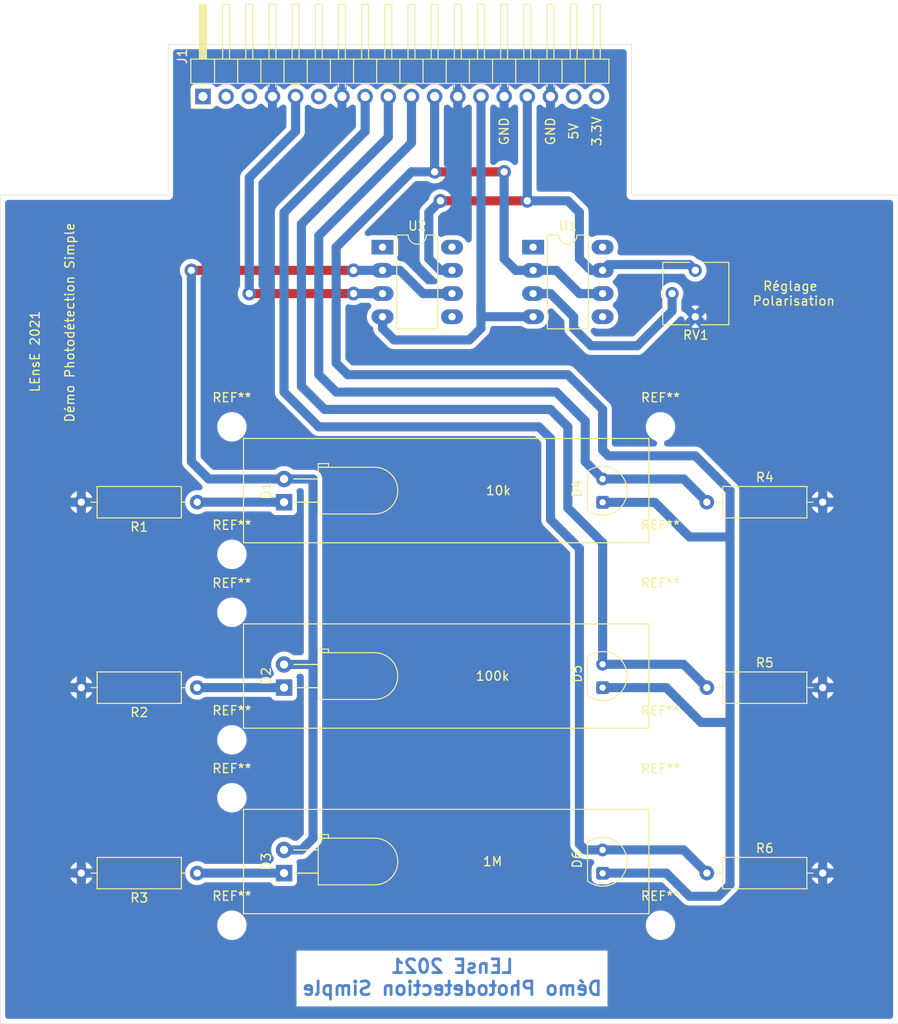
<source format=kicad_pcb>
(kicad_pcb (version 20171130) (host pcbnew "(5.0.1)-4")

  (general
    (thickness 1.6)
    (drawings 34)
    (tracks 129)
    (zones 0)
    (modules 28)
    (nets 26)
  )

  (page A4)
  (layers
    (0 F.Cu signal)
    (31 B.Cu signal)
    (32 B.Adhes user)
    (33 F.Adhes user)
    (34 B.Paste user)
    (35 F.Paste user)
    (36 B.SilkS user)
    (37 F.SilkS user)
    (38 B.Mask user)
    (39 F.Mask user)
    (40 Dwgs.User user)
    (41 Cmts.User user)
    (42 Eco1.User user)
    (43 Eco2.User user)
    (44 Edge.Cuts user)
    (45 Margin user)
    (46 B.CrtYd user)
    (47 F.CrtYd user)
    (48 B.Fab user)
    (49 F.Fab user)
  )

  (setup
    (last_trace_width 1)
    (user_trace_width 1)
    (trace_clearance 0.2)
    (zone_clearance 0.508)
    (zone_45_only no)
    (trace_min 0.2)
    (segment_width 0.2)
    (edge_width 0.05)
    (via_size 0.8)
    (via_drill 0.4)
    (via_min_size 0.4)
    (via_min_drill 0.3)
    (user_via 1.5 0.8)
    (uvia_size 0.3)
    (uvia_drill 0.1)
    (uvias_allowed no)
    (uvia_min_size 0.2)
    (uvia_min_drill 0.1)
    (pcb_text_width 0.3)
    (pcb_text_size 1.5 1.5)
    (mod_edge_width 0.12)
    (mod_text_size 1 1)
    (mod_text_width 0.15)
    (pad_size 1.524 1.524)
    (pad_drill 0.762)
    (pad_to_mask_clearance 0.05)
    (solder_mask_min_width 0.25)
    (aux_axis_origin 0 0)
    (visible_elements 7FFFFFFF)
    (pcbplotparams
      (layerselection 0x010fc_ffffffff)
      (usegerberextensions false)
      (usegerberattributes true)
      (usegerberadvancedattributes true)
      (creategerberjobfile true)
      (excludeedgelayer true)
      (linewidth 0.100000)
      (plotframeref false)
      (viasonmask false)
      (mode 1)
      (useauxorigin false)
      (hpglpennumber 1)
      (hpglpenspeed 20)
      (hpglpendiameter 15.000000)
      (psnegative false)
      (psa4output false)
      (plotreference true)
      (plotvalue true)
      (plotinvisibletext false)
      (padsonsilk false)
      (subtractmaskfromsilk false)
      (outputformat 1)
      (mirror false)
      (drillshape 0)
      (scaleselection 1)
      (outputdirectory "carteDemo_PhDSimple_gerber"))
  )

  (net 0 "")
  (net 1 "Net-(J1-Pad1)")
  (net 2 "Net-(J1-Pad2)")
  (net 3 "Net-(J1-Pad3)")
  (net 4 5V)
  (net 5 3.3V)
  (net 6 "Net-(D1-Pad1)")
  (net 7 LED_IN)
  (net 8 "Net-(D2-Pad1)")
  (net 9 "Net-(D3-Pad1)")
  (net 10 OUT1)
  (net 11 OUT4)
  (net 12 OUT2)
  (net 13 OUT3)
  (net 14 GND)
  (net 15 IN2)
  (net 16 IN1)
  (net 17 -15V)
  (net 18 +15V)
  (net 19 "Net-(RV1-Pad2)")
  (net 20 "Net-(U1-Pad8)")
  (net 21 "Net-(U1-Pad5)")
  (net 22 "Net-(U1-Pad1)")
  (net 23 "Net-(U2-Pad1)")
  (net 24 "Net-(U2-Pad5)")
  (net 25 "Net-(U2-Pad8)")

  (net_class Default "This is the default net class."
    (clearance 0.2)
    (trace_width 0.25)
    (via_dia 0.8)
    (via_drill 0.4)
    (uvia_dia 0.3)
    (uvia_drill 0.1)
    (add_net +15V)
    (add_net -15V)
    (add_net 3.3V)
    (add_net 5V)
    (add_net GND)
    (add_net IN1)
    (add_net IN2)
    (add_net LED_IN)
    (add_net "Net-(D1-Pad1)")
    (add_net "Net-(D2-Pad1)")
    (add_net "Net-(D3-Pad1)")
    (add_net "Net-(J1-Pad1)")
    (add_net "Net-(J1-Pad2)")
    (add_net "Net-(J1-Pad3)")
    (add_net "Net-(RV1-Pad2)")
    (add_net "Net-(U1-Pad1)")
    (add_net "Net-(U1-Pad5)")
    (add_net "Net-(U1-Pad8)")
    (add_net "Net-(U2-Pad1)")
    (add_net "Net-(U2-Pad5)")
    (add_net "Net-(U2-Pad8)")
    (add_net OUT1)
    (add_net OUT2)
    (add_net OUT3)
    (add_net OUT4)
  )

  (module MountingHole:MountingHole_2.2mm_M2 (layer F.Cu) (tedit 56D1B4CB) (tstamp 604BFC0C)
    (at 187.325 137.16)
    (descr "Mounting Hole 2.2mm, no annular, M2")
    (tags "mounting hole 2.2mm no annular m2")
    (attr virtual)
    (fp_text reference REF** (at 0 -3.2) (layer F.SilkS)
      (effects (font (size 1 1) (thickness 0.15)))
    )
    (fp_text value MountingHole_2.2mm_M2 (at 0 3.2) (layer F.Fab)
      (effects (font (size 1 1) (thickness 0.15)))
    )
    (fp_circle (center 0 0) (end 2.2 0) (layer Cmts.User) (width 0.15))
    (fp_circle (center 0 0) (end 2.45 0) (layer F.CrtYd) (width 0.05))
    (fp_text user %R (at 0.3 0) (layer F.Fab)
      (effects (font (size 1 1) (thickness 0.15)))
    )
    (pad 1 np_thru_hole circle (at 0 0) (size 2.2 2.2) (drill 2.2) (layers *.Cu *.Mask))
  )

  (module MountingHole:MountingHole_2.2mm_M2 (layer F.Cu) (tedit 56D1B4CB) (tstamp 604BFBEF)
    (at 187.325 116.84)
    (descr "Mounting Hole 2.2mm, no annular, M2")
    (tags "mounting hole 2.2mm no annular m2")
    (attr virtual)
    (fp_text reference REF** (at 0 -3.2) (layer F.SilkS)
      (effects (font (size 1 1) (thickness 0.15)))
    )
    (fp_text value MountingHole_2.2mm_M2 (at 0 3.2) (layer F.Fab)
      (effects (font (size 1 1) (thickness 0.15)))
    )
    (fp_circle (center 0 0) (end 2.2 0) (layer Cmts.User) (width 0.15))
    (fp_circle (center 0 0) (end 2.45 0) (layer F.CrtYd) (width 0.05))
    (fp_text user %R (at 0.3 0) (layer F.Fab)
      (effects (font (size 1 1) (thickness 0.15)))
    )
    (pad 1 np_thru_hole circle (at 0 0) (size 2.2 2.2) (drill 2.2) (layers *.Cu *.Mask))
  )

  (module MountingHole:MountingHole_2.2mm_M2 (layer F.Cu) (tedit 56D1B4CB) (tstamp 604BFBD2)
    (at 187.325 123.19)
    (descr "Mounting Hole 2.2mm, no annular, M2")
    (tags "mounting hole 2.2mm no annular m2")
    (attr virtual)
    (fp_text reference REF** (at 0 -3.2) (layer F.SilkS)
      (effects (font (size 1 1) (thickness 0.15)))
    )
    (fp_text value MountingHole_2.2mm_M2 (at 0 3.2) (layer F.Fab)
      (effects (font (size 1 1) (thickness 0.15)))
    )
    (fp_circle (center 0 0) (end 2.2 0) (layer Cmts.User) (width 0.15))
    (fp_circle (center 0 0) (end 2.45 0) (layer F.CrtYd) (width 0.05))
    (fp_text user %R (at 0.3 0) (layer F.Fab)
      (effects (font (size 1 1) (thickness 0.15)))
    )
    (pad 1 np_thru_hole circle (at 0 0) (size 2.2 2.2) (drill 2.2) (layers *.Cu *.Mask))
  )

  (module MountingHole:MountingHole_2.2mm_M2 (layer F.Cu) (tedit 56D1B4CB) (tstamp 604BFBB5)
    (at 234.315 137.16)
    (descr "Mounting Hole 2.2mm, no annular, M2")
    (tags "mounting hole 2.2mm no annular m2")
    (attr virtual)
    (fp_text reference REF** (at 0 -3.2) (layer F.SilkS)
      (effects (font (size 1 1) (thickness 0.15)))
    )
    (fp_text value MountingHole_2.2mm_M2 (at 0 3.2) (layer F.Fab)
      (effects (font (size 1 1) (thickness 0.15)))
    )
    (fp_circle (center 0 0) (end 2.2 0) (layer Cmts.User) (width 0.15))
    (fp_circle (center 0 0) (end 2.45 0) (layer F.CrtYd) (width 0.05))
    (fp_text user %R (at 0.3 0) (layer F.Fab)
      (effects (font (size 1 1) (thickness 0.15)))
    )
    (pad 1 np_thru_hole circle (at 0 0) (size 2.2 2.2) (drill 2.2) (layers *.Cu *.Mask))
  )

  (module MountingHole:MountingHole_2.2mm_M2 (layer F.Cu) (tedit 56D1B4CB) (tstamp 604BFB98)
    (at 234.315 123.19)
    (descr "Mounting Hole 2.2mm, no annular, M2")
    (tags "mounting hole 2.2mm no annular m2")
    (attr virtual)
    (fp_text reference REF** (at 0 -3.2) (layer F.SilkS)
      (effects (font (size 1 1) (thickness 0.15)))
    )
    (fp_text value MountingHole_2.2mm_M2 (at 0 3.2) (layer F.Fab)
      (effects (font (size 1 1) (thickness 0.15)))
    )
    (fp_circle (center 0 0) (end 2.2 0) (layer Cmts.User) (width 0.15))
    (fp_circle (center 0 0) (end 2.45 0) (layer F.CrtYd) (width 0.05))
    (fp_text user %R (at 0.3 0) (layer F.Fab)
      (effects (font (size 1 1) (thickness 0.15)))
    )
    (pad 1 np_thru_hole circle (at 0 0) (size 2.2 2.2) (drill 2.2) (layers *.Cu *.Mask))
  )

  (module MountingHole:MountingHole_2.2mm_M2 (layer F.Cu) (tedit 56D1B4CB) (tstamp 604BFB7B)
    (at 234.315 116.84)
    (descr "Mounting Hole 2.2mm, no annular, M2")
    (tags "mounting hole 2.2mm no annular m2")
    (attr virtual)
    (fp_text reference REF** (at 0 -3.2) (layer F.SilkS)
      (effects (font (size 1 1) (thickness 0.15)))
    )
    (fp_text value MountingHole_2.2mm_M2 (at 0 3.2) (layer F.Fab)
      (effects (font (size 1 1) (thickness 0.15)))
    )
    (fp_circle (center 0 0) (end 2.2 0) (layer Cmts.User) (width 0.15))
    (fp_circle (center 0 0) (end 2.45 0) (layer F.CrtYd) (width 0.05))
    (fp_text user %R (at 0.3 0) (layer F.Fab)
      (effects (font (size 1 1) (thickness 0.15)))
    )
    (pad 1 np_thru_hole circle (at 0 0) (size 2.2 2.2) (drill 2.2) (layers *.Cu *.Mask))
  )

  (module MountingHole:MountingHole_2.2mm_M2 (layer F.Cu) (tedit 56D1B4CB) (tstamp 604BFB5E)
    (at 234.315 102.87)
    (descr "Mounting Hole 2.2mm, no annular, M2")
    (tags "mounting hole 2.2mm no annular m2")
    (attr virtual)
    (fp_text reference REF** (at 0 -3.2) (layer F.SilkS)
      (effects (font (size 1 1) (thickness 0.15)))
    )
    (fp_text value MountingHole_2.2mm_M2 (at 0 3.2) (layer F.Fab)
      (effects (font (size 1 1) (thickness 0.15)))
    )
    (fp_circle (center 0 0) (end 2.2 0) (layer Cmts.User) (width 0.15))
    (fp_circle (center 0 0) (end 2.45 0) (layer F.CrtYd) (width 0.05))
    (fp_text user %R (at 0.3 0) (layer F.Fab)
      (effects (font (size 1 1) (thickness 0.15)))
    )
    (pad 1 np_thru_hole circle (at 0 0) (size 2.2 2.2) (drill 2.2) (layers *.Cu *.Mask))
  )

  (module MountingHole:MountingHole_2.2mm_M2 (layer F.Cu) (tedit 56D1B4CB) (tstamp 604BFB41)
    (at 234.315 96.52)
    (descr "Mounting Hole 2.2mm, no annular, M2")
    (tags "mounting hole 2.2mm no annular m2")
    (attr virtual)
    (fp_text reference REF** (at 0 -3.2) (layer F.SilkS)
      (effects (font (size 1 1) (thickness 0.15)))
    )
    (fp_text value MountingHole_2.2mm_M2 (at 0 3.2) (layer F.Fab)
      (effects (font (size 1 1) (thickness 0.15)))
    )
    (fp_circle (center 0 0) (end 2.2 0) (layer Cmts.User) (width 0.15))
    (fp_circle (center 0 0) (end 2.45 0) (layer F.CrtYd) (width 0.05))
    (fp_text user %R (at 0.3 0) (layer F.Fab)
      (effects (font (size 1 1) (thickness 0.15)))
    )
    (pad 1 np_thru_hole circle (at 0 0) (size 2.2 2.2) (drill 2.2) (layers *.Cu *.Mask))
  )

  (module MountingHole:MountingHole_2.2mm_M2 (layer F.Cu) (tedit 56D1B4CB) (tstamp 604BFB24)
    (at 234.315 82.55)
    (descr "Mounting Hole 2.2mm, no annular, M2")
    (tags "mounting hole 2.2mm no annular m2")
    (attr virtual)
    (fp_text reference REF** (at 0 -3.2) (layer F.SilkS)
      (effects (font (size 1 1) (thickness 0.15)))
    )
    (fp_text value MountingHole_2.2mm_M2 (at 0 3.2) (layer F.Fab)
      (effects (font (size 1 1) (thickness 0.15)))
    )
    (fp_circle (center 0 0) (end 2.2 0) (layer Cmts.User) (width 0.15))
    (fp_circle (center 0 0) (end 2.45 0) (layer F.CrtYd) (width 0.05))
    (fp_text user %R (at 0.3 0) (layer F.Fab)
      (effects (font (size 1 1) (thickness 0.15)))
    )
    (pad 1 np_thru_hole circle (at 0 0) (size 2.2 2.2) (drill 2.2) (layers *.Cu *.Mask))
  )

  (module MountingHole:MountingHole_2.2mm_M2 (layer F.Cu) (tedit 56D1B4CB) (tstamp 604BFB07)
    (at 187.325 82.55)
    (descr "Mounting Hole 2.2mm, no annular, M2")
    (tags "mounting hole 2.2mm no annular m2")
    (attr virtual)
    (fp_text reference REF** (at 0 -3.2) (layer F.SilkS)
      (effects (font (size 1 1) (thickness 0.15)))
    )
    (fp_text value MountingHole_2.2mm_M2 (at 0 3.2) (layer F.Fab)
      (effects (font (size 1 1) (thickness 0.15)))
    )
    (fp_circle (center 0 0) (end 2.2 0) (layer Cmts.User) (width 0.15))
    (fp_circle (center 0 0) (end 2.45 0) (layer F.CrtYd) (width 0.05))
    (fp_text user %R (at 0.3 0) (layer F.Fab)
      (effects (font (size 1 1) (thickness 0.15)))
    )
    (pad 1 np_thru_hole circle (at 0 0) (size 2.2 2.2) (drill 2.2) (layers *.Cu *.Mask))
  )

  (module MountingHole:MountingHole_2.2mm_M2 (layer F.Cu) (tedit 56D1B4CB) (tstamp 604BFAEA)
    (at 187.325 102.87)
    (descr "Mounting Hole 2.2mm, no annular, M2")
    (tags "mounting hole 2.2mm no annular m2")
    (attr virtual)
    (fp_text reference REF** (at 0 -3.2) (layer F.SilkS)
      (effects (font (size 1 1) (thickness 0.15)))
    )
    (fp_text value MountingHole_2.2mm_M2 (at 0 3.2) (layer F.Fab)
      (effects (font (size 1 1) (thickness 0.15)))
    )
    (fp_circle (center 0 0) (end 2.2 0) (layer Cmts.User) (width 0.15))
    (fp_circle (center 0 0) (end 2.45 0) (layer F.CrtYd) (width 0.05))
    (fp_text user %R (at 0.3 0) (layer F.Fab)
      (effects (font (size 1 1) (thickness 0.15)))
    )
    (pad 1 np_thru_hole circle (at 0 0) (size 2.2 2.2) (drill 2.2) (layers *.Cu *.Mask))
  )

  (module MountingHole:MountingHole_2.2mm_M2 (layer F.Cu) (tedit 56D1B4CB) (tstamp 604BFAA3)
    (at 187.325 96.52)
    (descr "Mounting Hole 2.2mm, no annular, M2")
    (tags "mounting hole 2.2mm no annular m2")
    (attr virtual)
    (fp_text reference REF** (at 0 -3.2) (layer F.SilkS)
      (effects (font (size 1 1) (thickness 0.15)))
    )
    (fp_text value MountingHole_2.2mm_M2 (at 0 3.2) (layer F.Fab)
      (effects (font (size 1 1) (thickness 0.15)))
    )
    (fp_circle (center 0 0) (end 2.2 0) (layer Cmts.User) (width 0.15))
    (fp_circle (center 0 0) (end 2.45 0) (layer F.CrtYd) (width 0.05))
    (fp_text user %R (at 0.3 0) (layer F.Fab)
      (effects (font (size 1 1) (thickness 0.15)))
    )
    (pad 1 np_thru_hole circle (at 0 0) (size 2.2 2.2) (drill 2.2) (layers *.Cu *.Mask))
  )

  (module Connector_PinHeader_2.54mm:PinHeader_1x18_P2.54mm_Horizontal (layer F.Cu) (tedit 59FED5CB) (tstamp 604BCE2D)
    (at 184.15 46.355 90)
    (descr "Through hole angled pin header, 1x18, 2.54mm pitch, 6mm pin length, single row")
    (tags "Through hole angled pin header THT 1x18 2.54mm single row")
    (path /604B6BA6)
    (fp_text reference J1 (at 4.385 -2.27 90) (layer F.SilkS)
      (effects (font (size 1 1) (thickness 0.15)))
    )
    (fp_text value FromAlimBoard (at 4.385 45.45 90) (layer F.Fab)
      (effects (font (size 1 1) (thickness 0.15)))
    )
    (fp_line (start 10.55 -1.8) (end -1.8 -1.8) (layer F.CrtYd) (width 0.05))
    (fp_line (start 10.55 44.95) (end 10.55 -1.8) (layer F.CrtYd) (width 0.05))
    (fp_line (start -1.8 44.95) (end 10.55 44.95) (layer F.CrtYd) (width 0.05))
    (fp_line (start -1.8 -1.8) (end -1.8 44.95) (layer F.CrtYd) (width 0.05))
    (fp_line (start -1.27 -1.27) (end 0 -1.27) (layer F.SilkS) (width 0.12))
    (fp_line (start -1.27 0) (end -1.27 -1.27) (layer F.SilkS) (width 0.12))
    (fp_line (start 1.042929 43.56) (end 1.44 43.56) (layer F.SilkS) (width 0.12))
    (fp_line (start 1.042929 42.8) (end 1.44 42.8) (layer F.SilkS) (width 0.12))
    (fp_line (start 10.1 43.56) (end 4.1 43.56) (layer F.SilkS) (width 0.12))
    (fp_line (start 10.1 42.8) (end 10.1 43.56) (layer F.SilkS) (width 0.12))
    (fp_line (start 4.1 42.8) (end 10.1 42.8) (layer F.SilkS) (width 0.12))
    (fp_line (start 1.44 41.91) (end 4.1 41.91) (layer F.SilkS) (width 0.12))
    (fp_line (start 1.042929 41.02) (end 1.44 41.02) (layer F.SilkS) (width 0.12))
    (fp_line (start 1.042929 40.26) (end 1.44 40.26) (layer F.SilkS) (width 0.12))
    (fp_line (start 10.1 41.02) (end 4.1 41.02) (layer F.SilkS) (width 0.12))
    (fp_line (start 10.1 40.26) (end 10.1 41.02) (layer F.SilkS) (width 0.12))
    (fp_line (start 4.1 40.26) (end 10.1 40.26) (layer F.SilkS) (width 0.12))
    (fp_line (start 1.44 39.37) (end 4.1 39.37) (layer F.SilkS) (width 0.12))
    (fp_line (start 1.042929 38.48) (end 1.44 38.48) (layer F.SilkS) (width 0.12))
    (fp_line (start 1.042929 37.72) (end 1.44 37.72) (layer F.SilkS) (width 0.12))
    (fp_line (start 10.1 38.48) (end 4.1 38.48) (layer F.SilkS) (width 0.12))
    (fp_line (start 10.1 37.72) (end 10.1 38.48) (layer F.SilkS) (width 0.12))
    (fp_line (start 4.1 37.72) (end 10.1 37.72) (layer F.SilkS) (width 0.12))
    (fp_line (start 1.44 36.83) (end 4.1 36.83) (layer F.SilkS) (width 0.12))
    (fp_line (start 1.042929 35.94) (end 1.44 35.94) (layer F.SilkS) (width 0.12))
    (fp_line (start 1.042929 35.18) (end 1.44 35.18) (layer F.SilkS) (width 0.12))
    (fp_line (start 10.1 35.94) (end 4.1 35.94) (layer F.SilkS) (width 0.12))
    (fp_line (start 10.1 35.18) (end 10.1 35.94) (layer F.SilkS) (width 0.12))
    (fp_line (start 4.1 35.18) (end 10.1 35.18) (layer F.SilkS) (width 0.12))
    (fp_line (start 1.44 34.29) (end 4.1 34.29) (layer F.SilkS) (width 0.12))
    (fp_line (start 1.042929 33.4) (end 1.44 33.4) (layer F.SilkS) (width 0.12))
    (fp_line (start 1.042929 32.64) (end 1.44 32.64) (layer F.SilkS) (width 0.12))
    (fp_line (start 10.1 33.4) (end 4.1 33.4) (layer F.SilkS) (width 0.12))
    (fp_line (start 10.1 32.64) (end 10.1 33.4) (layer F.SilkS) (width 0.12))
    (fp_line (start 4.1 32.64) (end 10.1 32.64) (layer F.SilkS) (width 0.12))
    (fp_line (start 1.44 31.75) (end 4.1 31.75) (layer F.SilkS) (width 0.12))
    (fp_line (start 1.042929 30.86) (end 1.44 30.86) (layer F.SilkS) (width 0.12))
    (fp_line (start 1.042929 30.1) (end 1.44 30.1) (layer F.SilkS) (width 0.12))
    (fp_line (start 10.1 30.86) (end 4.1 30.86) (layer F.SilkS) (width 0.12))
    (fp_line (start 10.1 30.1) (end 10.1 30.86) (layer F.SilkS) (width 0.12))
    (fp_line (start 4.1 30.1) (end 10.1 30.1) (layer F.SilkS) (width 0.12))
    (fp_line (start 1.44 29.21) (end 4.1 29.21) (layer F.SilkS) (width 0.12))
    (fp_line (start 1.042929 28.32) (end 1.44 28.32) (layer F.SilkS) (width 0.12))
    (fp_line (start 1.042929 27.56) (end 1.44 27.56) (layer F.SilkS) (width 0.12))
    (fp_line (start 10.1 28.32) (end 4.1 28.32) (layer F.SilkS) (width 0.12))
    (fp_line (start 10.1 27.56) (end 10.1 28.32) (layer F.SilkS) (width 0.12))
    (fp_line (start 4.1 27.56) (end 10.1 27.56) (layer F.SilkS) (width 0.12))
    (fp_line (start 1.44 26.67) (end 4.1 26.67) (layer F.SilkS) (width 0.12))
    (fp_line (start 1.042929 25.78) (end 1.44 25.78) (layer F.SilkS) (width 0.12))
    (fp_line (start 1.042929 25.02) (end 1.44 25.02) (layer F.SilkS) (width 0.12))
    (fp_line (start 10.1 25.78) (end 4.1 25.78) (layer F.SilkS) (width 0.12))
    (fp_line (start 10.1 25.02) (end 10.1 25.78) (layer F.SilkS) (width 0.12))
    (fp_line (start 4.1 25.02) (end 10.1 25.02) (layer F.SilkS) (width 0.12))
    (fp_line (start 1.44 24.13) (end 4.1 24.13) (layer F.SilkS) (width 0.12))
    (fp_line (start 1.042929 23.24) (end 1.44 23.24) (layer F.SilkS) (width 0.12))
    (fp_line (start 1.042929 22.48) (end 1.44 22.48) (layer F.SilkS) (width 0.12))
    (fp_line (start 10.1 23.24) (end 4.1 23.24) (layer F.SilkS) (width 0.12))
    (fp_line (start 10.1 22.48) (end 10.1 23.24) (layer F.SilkS) (width 0.12))
    (fp_line (start 4.1 22.48) (end 10.1 22.48) (layer F.SilkS) (width 0.12))
    (fp_line (start 1.44 21.59) (end 4.1 21.59) (layer F.SilkS) (width 0.12))
    (fp_line (start 1.042929 20.7) (end 1.44 20.7) (layer F.SilkS) (width 0.12))
    (fp_line (start 1.042929 19.94) (end 1.44 19.94) (layer F.SilkS) (width 0.12))
    (fp_line (start 10.1 20.7) (end 4.1 20.7) (layer F.SilkS) (width 0.12))
    (fp_line (start 10.1 19.94) (end 10.1 20.7) (layer F.SilkS) (width 0.12))
    (fp_line (start 4.1 19.94) (end 10.1 19.94) (layer F.SilkS) (width 0.12))
    (fp_line (start 1.44 19.05) (end 4.1 19.05) (layer F.SilkS) (width 0.12))
    (fp_line (start 1.042929 18.16) (end 1.44 18.16) (layer F.SilkS) (width 0.12))
    (fp_line (start 1.042929 17.4) (end 1.44 17.4) (layer F.SilkS) (width 0.12))
    (fp_line (start 10.1 18.16) (end 4.1 18.16) (layer F.SilkS) (width 0.12))
    (fp_line (start 10.1 17.4) (end 10.1 18.16) (layer F.SilkS) (width 0.12))
    (fp_line (start 4.1 17.4) (end 10.1 17.4) (layer F.SilkS) (width 0.12))
    (fp_line (start 1.44 16.51) (end 4.1 16.51) (layer F.SilkS) (width 0.12))
    (fp_line (start 1.042929 15.62) (end 1.44 15.62) (layer F.SilkS) (width 0.12))
    (fp_line (start 1.042929 14.86) (end 1.44 14.86) (layer F.SilkS) (width 0.12))
    (fp_line (start 10.1 15.62) (end 4.1 15.62) (layer F.SilkS) (width 0.12))
    (fp_line (start 10.1 14.86) (end 10.1 15.62) (layer F.SilkS) (width 0.12))
    (fp_line (start 4.1 14.86) (end 10.1 14.86) (layer F.SilkS) (width 0.12))
    (fp_line (start 1.44 13.97) (end 4.1 13.97) (layer F.SilkS) (width 0.12))
    (fp_line (start 1.042929 13.08) (end 1.44 13.08) (layer F.SilkS) (width 0.12))
    (fp_line (start 1.042929 12.32) (end 1.44 12.32) (layer F.SilkS) (width 0.12))
    (fp_line (start 10.1 13.08) (end 4.1 13.08) (layer F.SilkS) (width 0.12))
    (fp_line (start 10.1 12.32) (end 10.1 13.08) (layer F.SilkS) (width 0.12))
    (fp_line (start 4.1 12.32) (end 10.1 12.32) (layer F.SilkS) (width 0.12))
    (fp_line (start 1.44 11.43) (end 4.1 11.43) (layer F.SilkS) (width 0.12))
    (fp_line (start 1.042929 10.54) (end 1.44 10.54) (layer F.SilkS) (width 0.12))
    (fp_line (start 1.042929 9.78) (end 1.44 9.78) (layer F.SilkS) (width 0.12))
    (fp_line (start 10.1 10.54) (end 4.1 10.54) (layer F.SilkS) (width 0.12))
    (fp_line (start 10.1 9.78) (end 10.1 10.54) (layer F.SilkS) (width 0.12))
    (fp_line (start 4.1 9.78) (end 10.1 9.78) (layer F.SilkS) (width 0.12))
    (fp_line (start 1.44 8.89) (end 4.1 8.89) (layer F.SilkS) (width 0.12))
    (fp_line (start 1.042929 8) (end 1.44 8) (layer F.SilkS) (width 0.12))
    (fp_line (start 1.042929 7.24) (end 1.44 7.24) (layer F.SilkS) (width 0.12))
    (fp_line (start 10.1 8) (end 4.1 8) (layer F.SilkS) (width 0.12))
    (fp_line (start 10.1 7.24) (end 10.1 8) (layer F.SilkS) (width 0.12))
    (fp_line (start 4.1 7.24) (end 10.1 7.24) (layer F.SilkS) (width 0.12))
    (fp_line (start 1.44 6.35) (end 4.1 6.35) (layer F.SilkS) (width 0.12))
    (fp_line (start 1.042929 5.46) (end 1.44 5.46) (layer F.SilkS) (width 0.12))
    (fp_line (start 1.042929 4.7) (end 1.44 4.7) (layer F.SilkS) (width 0.12))
    (fp_line (start 10.1 5.46) (end 4.1 5.46) (layer F.SilkS) (width 0.12))
    (fp_line (start 10.1 4.7) (end 10.1 5.46) (layer F.SilkS) (width 0.12))
    (fp_line (start 4.1 4.7) (end 10.1 4.7) (layer F.SilkS) (width 0.12))
    (fp_line (start 1.44 3.81) (end 4.1 3.81) (layer F.SilkS) (width 0.12))
    (fp_line (start 1.042929 2.92) (end 1.44 2.92) (layer F.SilkS) (width 0.12))
    (fp_line (start 1.042929 2.16) (end 1.44 2.16) (layer F.SilkS) (width 0.12))
    (fp_line (start 10.1 2.92) (end 4.1 2.92) (layer F.SilkS) (width 0.12))
    (fp_line (start 10.1 2.16) (end 10.1 2.92) (layer F.SilkS) (width 0.12))
    (fp_line (start 4.1 2.16) (end 10.1 2.16) (layer F.SilkS) (width 0.12))
    (fp_line (start 1.44 1.27) (end 4.1 1.27) (layer F.SilkS) (width 0.12))
    (fp_line (start 1.11 0.38) (end 1.44 0.38) (layer F.SilkS) (width 0.12))
    (fp_line (start 1.11 -0.38) (end 1.44 -0.38) (layer F.SilkS) (width 0.12))
    (fp_line (start 4.1 0.28) (end 10.1 0.28) (layer F.SilkS) (width 0.12))
    (fp_line (start 4.1 0.16) (end 10.1 0.16) (layer F.SilkS) (width 0.12))
    (fp_line (start 4.1 0.04) (end 10.1 0.04) (layer F.SilkS) (width 0.12))
    (fp_line (start 4.1 -0.08) (end 10.1 -0.08) (layer F.SilkS) (width 0.12))
    (fp_line (start 4.1 -0.2) (end 10.1 -0.2) (layer F.SilkS) (width 0.12))
    (fp_line (start 4.1 -0.32) (end 10.1 -0.32) (layer F.SilkS) (width 0.12))
    (fp_line (start 10.1 0.38) (end 4.1 0.38) (layer F.SilkS) (width 0.12))
    (fp_line (start 10.1 -0.38) (end 10.1 0.38) (layer F.SilkS) (width 0.12))
    (fp_line (start 4.1 -0.38) (end 10.1 -0.38) (layer F.SilkS) (width 0.12))
    (fp_line (start 4.1 -1.33) (end 1.44 -1.33) (layer F.SilkS) (width 0.12))
    (fp_line (start 4.1 44.51) (end 4.1 -1.33) (layer F.SilkS) (width 0.12))
    (fp_line (start 1.44 44.51) (end 4.1 44.51) (layer F.SilkS) (width 0.12))
    (fp_line (start 1.44 -1.33) (end 1.44 44.51) (layer F.SilkS) (width 0.12))
    (fp_line (start 4.04 43.5) (end 10.04 43.5) (layer F.Fab) (width 0.1))
    (fp_line (start 10.04 42.86) (end 10.04 43.5) (layer F.Fab) (width 0.1))
    (fp_line (start 4.04 42.86) (end 10.04 42.86) (layer F.Fab) (width 0.1))
    (fp_line (start -0.32 43.5) (end 1.5 43.5) (layer F.Fab) (width 0.1))
    (fp_line (start -0.32 42.86) (end -0.32 43.5) (layer F.Fab) (width 0.1))
    (fp_line (start -0.32 42.86) (end 1.5 42.86) (layer F.Fab) (width 0.1))
    (fp_line (start 4.04 40.96) (end 10.04 40.96) (layer F.Fab) (width 0.1))
    (fp_line (start 10.04 40.32) (end 10.04 40.96) (layer F.Fab) (width 0.1))
    (fp_line (start 4.04 40.32) (end 10.04 40.32) (layer F.Fab) (width 0.1))
    (fp_line (start -0.32 40.96) (end 1.5 40.96) (layer F.Fab) (width 0.1))
    (fp_line (start -0.32 40.32) (end -0.32 40.96) (layer F.Fab) (width 0.1))
    (fp_line (start -0.32 40.32) (end 1.5 40.32) (layer F.Fab) (width 0.1))
    (fp_line (start 4.04 38.42) (end 10.04 38.42) (layer F.Fab) (width 0.1))
    (fp_line (start 10.04 37.78) (end 10.04 38.42) (layer F.Fab) (width 0.1))
    (fp_line (start 4.04 37.78) (end 10.04 37.78) (layer F.Fab) (width 0.1))
    (fp_line (start -0.32 38.42) (end 1.5 38.42) (layer F.Fab) (width 0.1))
    (fp_line (start -0.32 37.78) (end -0.32 38.42) (layer F.Fab) (width 0.1))
    (fp_line (start -0.32 37.78) (end 1.5 37.78) (layer F.Fab) (width 0.1))
    (fp_line (start 4.04 35.88) (end 10.04 35.88) (layer F.Fab) (width 0.1))
    (fp_line (start 10.04 35.24) (end 10.04 35.88) (layer F.Fab) (width 0.1))
    (fp_line (start 4.04 35.24) (end 10.04 35.24) (layer F.Fab) (width 0.1))
    (fp_line (start -0.32 35.88) (end 1.5 35.88) (layer F.Fab) (width 0.1))
    (fp_line (start -0.32 35.24) (end -0.32 35.88) (layer F.Fab) (width 0.1))
    (fp_line (start -0.32 35.24) (end 1.5 35.24) (layer F.Fab) (width 0.1))
    (fp_line (start 4.04 33.34) (end 10.04 33.34) (layer F.Fab) (width 0.1))
    (fp_line (start 10.04 32.7) (end 10.04 33.34) (layer F.Fab) (width 0.1))
    (fp_line (start 4.04 32.7) (end 10.04 32.7) (layer F.Fab) (width 0.1))
    (fp_line (start -0.32 33.34) (end 1.5 33.34) (layer F.Fab) (width 0.1))
    (fp_line (start -0.32 32.7) (end -0.32 33.34) (layer F.Fab) (width 0.1))
    (fp_line (start -0.32 32.7) (end 1.5 32.7) (layer F.Fab) (width 0.1))
    (fp_line (start 4.04 30.8) (end 10.04 30.8) (layer F.Fab) (width 0.1))
    (fp_line (start 10.04 30.16) (end 10.04 30.8) (layer F.Fab) (width 0.1))
    (fp_line (start 4.04 30.16) (end 10.04 30.16) (layer F.Fab) (width 0.1))
    (fp_line (start -0.32 30.8) (end 1.5 30.8) (layer F.Fab) (width 0.1))
    (fp_line (start -0.32 30.16) (end -0.32 30.8) (layer F.Fab) (width 0.1))
    (fp_line (start -0.32 30.16) (end 1.5 30.16) (layer F.Fab) (width 0.1))
    (fp_line (start 4.04 28.26) (end 10.04 28.26) (layer F.Fab) (width 0.1))
    (fp_line (start 10.04 27.62) (end 10.04 28.26) (layer F.Fab) (width 0.1))
    (fp_line (start 4.04 27.62) (end 10.04 27.62) (layer F.Fab) (width 0.1))
    (fp_line (start -0.32 28.26) (end 1.5 28.26) (layer F.Fab) (width 0.1))
    (fp_line (start -0.32 27.62) (end -0.32 28.26) (layer F.Fab) (width 0.1))
    (fp_line (start -0.32 27.62) (end 1.5 27.62) (layer F.Fab) (width 0.1))
    (fp_line (start 4.04 25.72) (end 10.04 25.72) (layer F.Fab) (width 0.1))
    (fp_line (start 10.04 25.08) (end 10.04 25.72) (layer F.Fab) (width 0.1))
    (fp_line (start 4.04 25.08) (end 10.04 25.08) (layer F.Fab) (width 0.1))
    (fp_line (start -0.32 25.72) (end 1.5 25.72) (layer F.Fab) (width 0.1))
    (fp_line (start -0.32 25.08) (end -0.32 25.72) (layer F.Fab) (width 0.1))
    (fp_line (start -0.32 25.08) (end 1.5 25.08) (layer F.Fab) (width 0.1))
    (fp_line (start 4.04 23.18) (end 10.04 23.18) (layer F.Fab) (width 0.1))
    (fp_line (start 10.04 22.54) (end 10.04 23.18) (layer F.Fab) (width 0.1))
    (fp_line (start 4.04 22.54) (end 10.04 22.54) (layer F.Fab) (width 0.1))
    (fp_line (start -0.32 23.18) (end 1.5 23.18) (layer F.Fab) (width 0.1))
    (fp_line (start -0.32 22.54) (end -0.32 23.18) (layer F.Fab) (width 0.1))
    (fp_line (start -0.32 22.54) (end 1.5 22.54) (layer F.Fab) (width 0.1))
    (fp_line (start 4.04 20.64) (end 10.04 20.64) (layer F.Fab) (width 0.1))
    (fp_line (start 10.04 20) (end 10.04 20.64) (layer F.Fab) (width 0.1))
    (fp_line (start 4.04 20) (end 10.04 20) (layer F.Fab) (width 0.1))
    (fp_line (start -0.32 20.64) (end 1.5 20.64) (layer F.Fab) (width 0.1))
    (fp_line (start -0.32 20) (end -0.32 20.64) (layer F.Fab) (width 0.1))
    (fp_line (start -0.32 20) (end 1.5 20) (layer F.Fab) (width 0.1))
    (fp_line (start 4.04 18.1) (end 10.04 18.1) (layer F.Fab) (width 0.1))
    (fp_line (start 10.04 17.46) (end 10.04 18.1) (layer F.Fab) (width 0.1))
    (fp_line (start 4.04 17.46) (end 10.04 17.46) (layer F.Fab) (width 0.1))
    (fp_line (start -0.32 18.1) (end 1.5 18.1) (layer F.Fab) (width 0.1))
    (fp_line (start -0.32 17.46) (end -0.32 18.1) (layer F.Fab) (width 0.1))
    (fp_line (start -0.32 17.46) (end 1.5 17.46) (layer F.Fab) (width 0.1))
    (fp_line (start 4.04 15.56) (end 10.04 15.56) (layer F.Fab) (width 0.1))
    (fp_line (start 10.04 14.92) (end 10.04 15.56) (layer F.Fab) (width 0.1))
    (fp_line (start 4.04 14.92) (end 10.04 14.92) (layer F.Fab) (width 0.1))
    (fp_line (start -0.32 15.56) (end 1.5 15.56) (layer F.Fab) (width 0.1))
    (fp_line (start -0.32 14.92) (end -0.32 15.56) (layer F.Fab) (width 0.1))
    (fp_line (start -0.32 14.92) (end 1.5 14.92) (layer F.Fab) (width 0.1))
    (fp_line (start 4.04 13.02) (end 10.04 13.02) (layer F.Fab) (width 0.1))
    (fp_line (start 10.04 12.38) (end 10.04 13.02) (layer F.Fab) (width 0.1))
    (fp_line (start 4.04 12.38) (end 10.04 12.38) (layer F.Fab) (width 0.1))
    (fp_line (start -0.32 13.02) (end 1.5 13.02) (layer F.Fab) (width 0.1))
    (fp_line (start -0.32 12.38) (end -0.32 13.02) (layer F.Fab) (width 0.1))
    (fp_line (start -0.32 12.38) (end 1.5 12.38) (layer F.Fab) (width 0.1))
    (fp_line (start 4.04 10.48) (end 10.04 10.48) (layer F.Fab) (width 0.1))
    (fp_line (start 10.04 9.84) (end 10.04 10.48) (layer F.Fab) (width 0.1))
    (fp_line (start 4.04 9.84) (end 10.04 9.84) (layer F.Fab) (width 0.1))
    (fp_line (start -0.32 10.48) (end 1.5 10.48) (layer F.Fab) (width 0.1))
    (fp_line (start -0.32 9.84) (end -0.32 10.48) (layer F.Fab) (width 0.1))
    (fp_line (start -0.32 9.84) (end 1.5 9.84) (layer F.Fab) (width 0.1))
    (fp_line (start 4.04 7.94) (end 10.04 7.94) (layer F.Fab) (width 0.1))
    (fp_line (start 10.04 7.3) (end 10.04 7.94) (layer F.Fab) (width 0.1))
    (fp_line (start 4.04 7.3) (end 10.04 7.3) (layer F.Fab) (width 0.1))
    (fp_line (start -0.32 7.94) (end 1.5 7.94) (layer F.Fab) (width 0.1))
    (fp_line (start -0.32 7.3) (end -0.32 7.94) (layer F.Fab) (width 0.1))
    (fp_line (start -0.32 7.3) (end 1.5 7.3) (layer F.Fab) (width 0.1))
    (fp_line (start 4.04 5.4) (end 10.04 5.4) (layer F.Fab) (width 0.1))
    (fp_line (start 10.04 4.76) (end 10.04 5.4) (layer F.Fab) (width 0.1))
    (fp_line (start 4.04 4.76) (end 10.04 4.76) (layer F.Fab) (width 0.1))
    (fp_line (start -0.32 5.4) (end 1.5 5.4) (layer F.Fab) (width 0.1))
    (fp_line (start -0.32 4.76) (end -0.32 5.4) (layer F.Fab) (width 0.1))
    (fp_line (start -0.32 4.76) (end 1.5 4.76) (layer F.Fab) (width 0.1))
    (fp_line (start 4.04 2.86) (end 10.04 2.86) (layer F.Fab) (width 0.1))
    (fp_line (start 10.04 2.22) (end 10.04 2.86) (layer F.Fab) (width 0.1))
    (fp_line (start 4.04 2.22) (end 10.04 2.22) (layer F.Fab) (width 0.1))
    (fp_line (start -0.32 2.86) (end 1.5 2.86) (layer F.Fab) (width 0.1))
    (fp_line (start -0.32 2.22) (end -0.32 2.86) (layer F.Fab) (width 0.1))
    (fp_line (start -0.32 2.22) (end 1.5 2.22) (layer F.Fab) (width 0.1))
    (fp_line (start 4.04 0.32) (end 10.04 0.32) (layer F.Fab) (width 0.1))
    (fp_line (start 10.04 -0.32) (end 10.04 0.32) (layer F.Fab) (width 0.1))
    (fp_line (start 4.04 -0.32) (end 10.04 -0.32) (layer F.Fab) (width 0.1))
    (fp_line (start -0.32 0.32) (end 1.5 0.32) (layer F.Fab) (width 0.1))
    (fp_line (start -0.32 -0.32) (end -0.32 0.32) (layer F.Fab) (width 0.1))
    (fp_line (start -0.32 -0.32) (end 1.5 -0.32) (layer F.Fab) (width 0.1))
    (fp_line (start 1.5 -0.635) (end 2.135 -1.27) (layer F.Fab) (width 0.1))
    (fp_line (start 1.5 44.45) (end 1.5 -0.635) (layer F.Fab) (width 0.1))
    (fp_line (start 4.04 44.45) (end 1.5 44.45) (layer F.Fab) (width 0.1))
    (fp_line (start 4.04 -1.27) (end 4.04 44.45) (layer F.Fab) (width 0.1))
    (fp_line (start 2.135 -1.27) (end 4.04 -1.27) (layer F.Fab) (width 0.1))
    (fp_text user %R (at 2.77 21.59) (layer F.Fab)
      (effects (font (size 1 1) (thickness 0.15)))
    )
    (pad 1 thru_hole rect (at 0 0 90) (size 1.7 1.7) (drill 1) (layers *.Cu *.Mask)
      (net 1 "Net-(J1-Pad1)"))
    (pad 2 thru_hole oval (at 0 2.54 90) (size 1.7 1.7) (drill 1) (layers *.Cu *.Mask)
      (net 2 "Net-(J1-Pad2)"))
    (pad 3 thru_hole oval (at 0 5.08 90) (size 1.7 1.7) (drill 1) (layers *.Cu *.Mask)
      (net 3 "Net-(J1-Pad3)"))
    (pad 4 thru_hole oval (at 0 7.62 90) (size 1.7 1.7) (drill 1) (layers *.Cu *.Mask)
      (net 14 GND))
    (pad 5 thru_hole oval (at 0 10.16 90) (size 1.7 1.7) (drill 1) (layers *.Cu *.Mask)
      (net 16 IN1))
    (pad 6 thru_hole oval (at 0 12.7 90) (size 1.7 1.7) (drill 1) (layers *.Cu *.Mask)
      (net 15 IN2))
    (pad 7 thru_hole oval (at 0 15.24 90) (size 1.7 1.7) (drill 1) (layers *.Cu *.Mask)
      (net 14 GND))
    (pad 8 thru_hole oval (at 0 17.78 90) (size 1.7 1.7) (drill 1) (layers *.Cu *.Mask)
      (net 10 OUT1))
    (pad 9 thru_hole oval (at 0 20.32 90) (size 1.7 1.7) (drill 1) (layers *.Cu *.Mask)
      (net 12 OUT2))
    (pad 10 thru_hole oval (at 0 22.86 90) (size 1.7 1.7) (drill 1) (layers *.Cu *.Mask)
      (net 13 OUT3))
    (pad 11 thru_hole oval (at 0 25.4 90) (size 1.7 1.7) (drill 1) (layers *.Cu *.Mask)
      (net 11 OUT4))
    (pad 12 thru_hole oval (at 0 27.94 90) (size 1.7 1.7) (drill 1) (layers *.Cu *.Mask)
      (net 14 GND))
    (pad 13 thru_hole oval (at 0 30.48 90) (size 1.7 1.7) (drill 1) (layers *.Cu *.Mask)
      (net 17 -15V))
    (pad 14 thru_hole oval (at 0 33.02 90) (size 1.7 1.7) (drill 1) (layers *.Cu *.Mask)
      (net 14 GND))
    (pad 15 thru_hole oval (at 0 35.56 90) (size 1.7 1.7) (drill 1) (layers *.Cu *.Mask)
      (net 18 +15V))
    (pad 16 thru_hole oval (at 0 38.1 90) (size 1.7 1.7) (drill 1) (layers *.Cu *.Mask)
      (net 14 GND))
    (pad 17 thru_hole oval (at 0 40.64 90) (size 1.7 1.7) (drill 1) (layers *.Cu *.Mask)
      (net 4 5V))
    (pad 18 thru_hole oval (at 0 43.18 90) (size 1.7 1.7) (drill 1) (layers *.Cu *.Mask)
      (net 5 3.3V))
    (model ${KISYS3DMOD}/Connector_PinHeader_2.54mm.3dshapes/PinHeader_1x18_P2.54mm_Horizontal.wrl
      (at (xyz 0 0 0))
      (scale (xyz 1 1 1))
      (rotate (xyz 0 0 0))
    )
  )

  (module LED_THT:LED_D5.0mm_Horizontal_O3.81mm_Z9.0mm (layer F.Cu) (tedit 5880A863) (tstamp 604BE227)
    (at 193.04 90.805 90)
    (descr "LED, diameter 5.0mm z-position of LED center 3.0mm, 2 pins, diameter 5.0mm z-position of LED center 3.0mm, 2 pins, diameter 5.0mm z-position of LED center 3.0mm, 2 pins, diameter 5.0mm z-position of LED center 9.0mm, 2 pins, diameter 5.0mm z-position of LED center 9.0mm, 2 pins")
    (tags "LED diameter 5.0mm z-position of LED center 3.0mm 2 pins diameter 5.0mm z-position of LED center 3.0mm 2 pins diameter 5.0mm z-position of LED center 3.0mm 2 pins diameter 5.0mm z-position of LED center 9.0mm 2 pins diameter 5.0mm z-position of LED center 9.0mm 2 pins")
    (path /604C3AA0)
    (fp_text reference D1 (at 1.27 -1.96 90) (layer F.SilkS)
      (effects (font (size 1 1) (thickness 0.15)))
    )
    (fp_text value LED (at 1.27 13.47 90) (layer F.Fab)
      (effects (font (size 1 1) (thickness 0.15)))
    )
    (fp_line (start 4.5 -1.25) (end -1.95 -1.25) (layer F.CrtYd) (width 0.05))
    (fp_line (start 4.5 12.75) (end 4.5 -1.25) (layer F.CrtYd) (width 0.05))
    (fp_line (start -1.95 12.75) (end 4.5 12.75) (layer F.CrtYd) (width 0.05))
    (fp_line (start -1.95 -1.25) (end -1.95 12.75) (layer F.CrtYd) (width 0.05))
    (fp_line (start 2.54 1.08) (end 2.54 1.08) (layer F.SilkS) (width 0.12))
    (fp_line (start 2.54 3.75) (end 2.54 1.08) (layer F.SilkS) (width 0.12))
    (fp_line (start 2.54 3.75) (end 2.54 3.75) (layer F.SilkS) (width 0.12))
    (fp_line (start 2.54 1.08) (end 2.54 3.75) (layer F.SilkS) (width 0.12))
    (fp_line (start 0 1.08) (end 0 1.08) (layer F.SilkS) (width 0.12))
    (fp_line (start 0 3.75) (end 0 1.08) (layer F.SilkS) (width 0.12))
    (fp_line (start 0 3.75) (end 0 3.75) (layer F.SilkS) (width 0.12))
    (fp_line (start 0 1.08) (end 0 3.75) (layer F.SilkS) (width 0.12))
    (fp_line (start 3.83 3.75) (end 4.23 3.75) (layer F.SilkS) (width 0.12))
    (fp_line (start 3.83 4.87) (end 3.83 3.75) (layer F.SilkS) (width 0.12))
    (fp_line (start 4.23 4.87) (end 3.83 4.87) (layer F.SilkS) (width 0.12))
    (fp_line (start 4.23 3.75) (end 4.23 4.87) (layer F.SilkS) (width 0.12))
    (fp_line (start -1.29 3.75) (end 3.83 3.75) (layer F.SilkS) (width 0.12))
    (fp_line (start 3.83 3.75) (end 3.83 9.91) (layer F.SilkS) (width 0.12))
    (fp_line (start -1.29 3.75) (end -1.29 9.91) (layer F.SilkS) (width 0.12))
    (fp_line (start 2.54 0) (end 2.54 0) (layer F.Fab) (width 0.1))
    (fp_line (start 2.54 3.81) (end 2.54 0) (layer F.Fab) (width 0.1))
    (fp_line (start 2.54 3.81) (end 2.54 3.81) (layer F.Fab) (width 0.1))
    (fp_line (start 2.54 0) (end 2.54 3.81) (layer F.Fab) (width 0.1))
    (fp_line (start 0 0) (end 0 0) (layer F.Fab) (width 0.1))
    (fp_line (start 0 3.81) (end 0 0) (layer F.Fab) (width 0.1))
    (fp_line (start 0 3.81) (end 0 3.81) (layer F.Fab) (width 0.1))
    (fp_line (start 0 0) (end 0 3.81) (layer F.Fab) (width 0.1))
    (fp_line (start 3.77 3.81) (end 4.17 3.81) (layer F.Fab) (width 0.1))
    (fp_line (start 3.77 4.81) (end 3.77 3.81) (layer F.Fab) (width 0.1))
    (fp_line (start 4.17 4.81) (end 3.77 4.81) (layer F.Fab) (width 0.1))
    (fp_line (start 4.17 3.81) (end 4.17 4.81) (layer F.Fab) (width 0.1))
    (fp_line (start -1.23 3.81) (end 3.77 3.81) (layer F.Fab) (width 0.1))
    (fp_line (start 3.77 3.81) (end 3.77 9.91) (layer F.Fab) (width 0.1))
    (fp_line (start -1.23 3.81) (end -1.23 9.91) (layer F.Fab) (width 0.1))
    (fp_arc (start 1.27 9.91) (end -1.23 9.91) (angle -180) (layer F.Fab) (width 0.1))
    (fp_arc (start 1.27 9.91) (end -1.29 9.91) (angle -180) (layer F.SilkS) (width 0.12))
    (pad 1 thru_hole rect (at 0 0 90) (size 1.8 1.8) (drill 0.9) (layers *.Cu *.Mask)
      (net 6 "Net-(D1-Pad1)"))
    (pad 2 thru_hole circle (at 2.54 0 90) (size 1.8 1.8) (drill 0.9) (layers *.Cu *.Mask)
      (net 7 LED_IN))
    (model ${KISYS3DMOD}/LED_THT.3dshapes/LED_D5.0mm_Horizontal_O3.81mm_Z9.0mm.wrl
      (at (xyz 0 0 0))
      (scale (xyz 1 1 1))
      (rotate (xyz 0 0 0))
    )
  )

  (module LED_THT:LED_D5.0mm_Horizontal_O3.81mm_Z9.0mm (layer F.Cu) (tedit 5880A863) (tstamp 604BE251)
    (at 193.04 111.125 90)
    (descr "LED, diameter 5.0mm z-position of LED center 3.0mm, 2 pins, diameter 5.0mm z-position of LED center 3.0mm, 2 pins, diameter 5.0mm z-position of LED center 3.0mm, 2 pins, diameter 5.0mm z-position of LED center 9.0mm, 2 pins, diameter 5.0mm z-position of LED center 9.0mm, 2 pins")
    (tags "LED diameter 5.0mm z-position of LED center 3.0mm 2 pins diameter 5.0mm z-position of LED center 3.0mm 2 pins diameter 5.0mm z-position of LED center 3.0mm 2 pins diameter 5.0mm z-position of LED center 9.0mm 2 pins diameter 5.0mm z-position of LED center 9.0mm 2 pins")
    (path /604D0E59)
    (fp_text reference D2 (at 1.27 -1.96 90) (layer F.SilkS)
      (effects (font (size 1 1) (thickness 0.15)))
    )
    (fp_text value LED (at 1.27 13.47 90) (layer F.Fab)
      (effects (font (size 1 1) (thickness 0.15)))
    )
    (fp_line (start -1.23 3.81) (end -1.23 9.91) (layer F.Fab) (width 0.1))
    (fp_line (start 3.77 3.81) (end 3.77 9.91) (layer F.Fab) (width 0.1))
    (fp_line (start -1.23 3.81) (end 3.77 3.81) (layer F.Fab) (width 0.1))
    (fp_line (start 4.17 3.81) (end 4.17 4.81) (layer F.Fab) (width 0.1))
    (fp_line (start 4.17 4.81) (end 3.77 4.81) (layer F.Fab) (width 0.1))
    (fp_line (start 3.77 4.81) (end 3.77 3.81) (layer F.Fab) (width 0.1))
    (fp_line (start 3.77 3.81) (end 4.17 3.81) (layer F.Fab) (width 0.1))
    (fp_line (start 0 0) (end 0 3.81) (layer F.Fab) (width 0.1))
    (fp_line (start 0 3.81) (end 0 3.81) (layer F.Fab) (width 0.1))
    (fp_line (start 0 3.81) (end 0 0) (layer F.Fab) (width 0.1))
    (fp_line (start 0 0) (end 0 0) (layer F.Fab) (width 0.1))
    (fp_line (start 2.54 0) (end 2.54 3.81) (layer F.Fab) (width 0.1))
    (fp_line (start 2.54 3.81) (end 2.54 3.81) (layer F.Fab) (width 0.1))
    (fp_line (start 2.54 3.81) (end 2.54 0) (layer F.Fab) (width 0.1))
    (fp_line (start 2.54 0) (end 2.54 0) (layer F.Fab) (width 0.1))
    (fp_line (start -1.29 3.75) (end -1.29 9.91) (layer F.SilkS) (width 0.12))
    (fp_line (start 3.83 3.75) (end 3.83 9.91) (layer F.SilkS) (width 0.12))
    (fp_line (start -1.29 3.75) (end 3.83 3.75) (layer F.SilkS) (width 0.12))
    (fp_line (start 4.23 3.75) (end 4.23 4.87) (layer F.SilkS) (width 0.12))
    (fp_line (start 4.23 4.87) (end 3.83 4.87) (layer F.SilkS) (width 0.12))
    (fp_line (start 3.83 4.87) (end 3.83 3.75) (layer F.SilkS) (width 0.12))
    (fp_line (start 3.83 3.75) (end 4.23 3.75) (layer F.SilkS) (width 0.12))
    (fp_line (start 0 1.08) (end 0 3.75) (layer F.SilkS) (width 0.12))
    (fp_line (start 0 3.75) (end 0 3.75) (layer F.SilkS) (width 0.12))
    (fp_line (start 0 3.75) (end 0 1.08) (layer F.SilkS) (width 0.12))
    (fp_line (start 0 1.08) (end 0 1.08) (layer F.SilkS) (width 0.12))
    (fp_line (start 2.54 1.08) (end 2.54 3.75) (layer F.SilkS) (width 0.12))
    (fp_line (start 2.54 3.75) (end 2.54 3.75) (layer F.SilkS) (width 0.12))
    (fp_line (start 2.54 3.75) (end 2.54 1.08) (layer F.SilkS) (width 0.12))
    (fp_line (start 2.54 1.08) (end 2.54 1.08) (layer F.SilkS) (width 0.12))
    (fp_line (start -1.95 -1.25) (end -1.95 12.75) (layer F.CrtYd) (width 0.05))
    (fp_line (start -1.95 12.75) (end 4.5 12.75) (layer F.CrtYd) (width 0.05))
    (fp_line (start 4.5 12.75) (end 4.5 -1.25) (layer F.CrtYd) (width 0.05))
    (fp_line (start 4.5 -1.25) (end -1.95 -1.25) (layer F.CrtYd) (width 0.05))
    (fp_arc (start 1.27 9.91) (end -1.29 9.91) (angle -180) (layer F.SilkS) (width 0.12))
    (fp_arc (start 1.27 9.91) (end -1.23 9.91) (angle -180) (layer F.Fab) (width 0.1))
    (pad 2 thru_hole circle (at 2.54 0 90) (size 1.8 1.8) (drill 0.9) (layers *.Cu *.Mask)
      (net 7 LED_IN))
    (pad 1 thru_hole rect (at 0 0 90) (size 1.8 1.8) (drill 0.9) (layers *.Cu *.Mask)
      (net 8 "Net-(D2-Pad1)"))
    (model ${KISYS3DMOD}/LED_THT.3dshapes/LED_D5.0mm_Horizontal_O3.81mm_Z9.0mm.wrl
      (at (xyz 0 0 0))
      (scale (xyz 1 1 1))
      (rotate (xyz 0 0 0))
    )
  )

  (module LED_THT:LED_D5.0mm_Horizontal_O3.81mm_Z9.0mm (layer F.Cu) (tedit 5880A863) (tstamp 604BE27B)
    (at 193.04 131.445 90)
    (descr "LED, diameter 5.0mm z-position of LED center 3.0mm, 2 pins, diameter 5.0mm z-position of LED center 3.0mm, 2 pins, diameter 5.0mm z-position of LED center 3.0mm, 2 pins, diameter 5.0mm z-position of LED center 9.0mm, 2 pins, diameter 5.0mm z-position of LED center 9.0mm, 2 pins")
    (tags "LED diameter 5.0mm z-position of LED center 3.0mm 2 pins diameter 5.0mm z-position of LED center 3.0mm 2 pins diameter 5.0mm z-position of LED center 3.0mm 2 pins diameter 5.0mm z-position of LED center 9.0mm 2 pins diameter 5.0mm z-position of LED center 9.0mm 2 pins")
    (path /604D3E1B)
    (fp_text reference D3 (at 1.27 -1.96 90) (layer F.SilkS)
      (effects (font (size 1 1) (thickness 0.15)))
    )
    (fp_text value LED (at 1.27 13.47 90) (layer F.Fab)
      (effects (font (size 1 1) (thickness 0.15)))
    )
    (fp_line (start 4.5 -1.25) (end -1.95 -1.25) (layer F.CrtYd) (width 0.05))
    (fp_line (start 4.5 12.75) (end 4.5 -1.25) (layer F.CrtYd) (width 0.05))
    (fp_line (start -1.95 12.75) (end 4.5 12.75) (layer F.CrtYd) (width 0.05))
    (fp_line (start -1.95 -1.25) (end -1.95 12.75) (layer F.CrtYd) (width 0.05))
    (fp_line (start 2.54 1.08) (end 2.54 1.08) (layer F.SilkS) (width 0.12))
    (fp_line (start 2.54 3.75) (end 2.54 1.08) (layer F.SilkS) (width 0.12))
    (fp_line (start 2.54 3.75) (end 2.54 3.75) (layer F.SilkS) (width 0.12))
    (fp_line (start 2.54 1.08) (end 2.54 3.75) (layer F.SilkS) (width 0.12))
    (fp_line (start 0 1.08) (end 0 1.08) (layer F.SilkS) (width 0.12))
    (fp_line (start 0 3.75) (end 0 1.08) (layer F.SilkS) (width 0.12))
    (fp_line (start 0 3.75) (end 0 3.75) (layer F.SilkS) (width 0.12))
    (fp_line (start 0 1.08) (end 0 3.75) (layer F.SilkS) (width 0.12))
    (fp_line (start 3.83 3.75) (end 4.23 3.75) (layer F.SilkS) (width 0.12))
    (fp_line (start 3.83 4.87) (end 3.83 3.75) (layer F.SilkS) (width 0.12))
    (fp_line (start 4.23 4.87) (end 3.83 4.87) (layer F.SilkS) (width 0.12))
    (fp_line (start 4.23 3.75) (end 4.23 4.87) (layer F.SilkS) (width 0.12))
    (fp_line (start -1.29 3.75) (end 3.83 3.75) (layer F.SilkS) (width 0.12))
    (fp_line (start 3.83 3.75) (end 3.83 9.91) (layer F.SilkS) (width 0.12))
    (fp_line (start -1.29 3.75) (end -1.29 9.91) (layer F.SilkS) (width 0.12))
    (fp_line (start 2.54 0) (end 2.54 0) (layer F.Fab) (width 0.1))
    (fp_line (start 2.54 3.81) (end 2.54 0) (layer F.Fab) (width 0.1))
    (fp_line (start 2.54 3.81) (end 2.54 3.81) (layer F.Fab) (width 0.1))
    (fp_line (start 2.54 0) (end 2.54 3.81) (layer F.Fab) (width 0.1))
    (fp_line (start 0 0) (end 0 0) (layer F.Fab) (width 0.1))
    (fp_line (start 0 3.81) (end 0 0) (layer F.Fab) (width 0.1))
    (fp_line (start 0 3.81) (end 0 3.81) (layer F.Fab) (width 0.1))
    (fp_line (start 0 0) (end 0 3.81) (layer F.Fab) (width 0.1))
    (fp_line (start 3.77 3.81) (end 4.17 3.81) (layer F.Fab) (width 0.1))
    (fp_line (start 3.77 4.81) (end 3.77 3.81) (layer F.Fab) (width 0.1))
    (fp_line (start 4.17 4.81) (end 3.77 4.81) (layer F.Fab) (width 0.1))
    (fp_line (start 4.17 3.81) (end 4.17 4.81) (layer F.Fab) (width 0.1))
    (fp_line (start -1.23 3.81) (end 3.77 3.81) (layer F.Fab) (width 0.1))
    (fp_line (start 3.77 3.81) (end 3.77 9.91) (layer F.Fab) (width 0.1))
    (fp_line (start -1.23 3.81) (end -1.23 9.91) (layer F.Fab) (width 0.1))
    (fp_arc (start 1.27 9.91) (end -1.23 9.91) (angle -180) (layer F.Fab) (width 0.1))
    (fp_arc (start 1.27 9.91) (end -1.29 9.91) (angle -180) (layer F.SilkS) (width 0.12))
    (pad 1 thru_hole rect (at 0 0 90) (size 1.8 1.8) (drill 0.9) (layers *.Cu *.Mask)
      (net 9 "Net-(D3-Pad1)"))
    (pad 2 thru_hole circle (at 2.54 0 90) (size 1.8 1.8) (drill 0.9) (layers *.Cu *.Mask)
      (net 7 LED_IN))
    (model ${KISYS3DMOD}/LED_THT.3dshapes/LED_D5.0mm_Horizontal_O3.81mm_Z9.0mm.wrl
      (at (xyz 0 0 0))
      (scale (xyz 1 1 1))
      (rotate (xyz 0 0 0))
    )
  )

  (module Resistor_THT:R_Axial_DIN0309_L9.0mm_D3.2mm_P12.70mm_Horizontal (layer F.Cu) (tedit 5AE5139B) (tstamp 604BE2BF)
    (at 183.515 90.805 180)
    (descr "Resistor, Axial_DIN0309 series, Axial, Horizontal, pin pitch=12.7mm, 0.5W = 1/2W, length*diameter=9*3.2mm^2, http://cdn-reichelt.de/documents/datenblatt/B400/1_4W%23YAG.pdf")
    (tags "Resistor Axial_DIN0309 series Axial Horizontal pin pitch 12.7mm 0.5W = 1/2W length 9mm diameter 3.2mm")
    (path /604C4421)
    (fp_text reference R1 (at 6.35 -2.72) (layer F.SilkS)
      (effects (font (size 1 1) (thickness 0.15)))
    )
    (fp_text value 270 (at 6.35 2.72) (layer F.Fab)
      (effects (font (size 1 1) (thickness 0.15)))
    )
    (fp_line (start 1.85 -1.6) (end 1.85 1.6) (layer F.Fab) (width 0.1))
    (fp_line (start 1.85 1.6) (end 10.85 1.6) (layer F.Fab) (width 0.1))
    (fp_line (start 10.85 1.6) (end 10.85 -1.6) (layer F.Fab) (width 0.1))
    (fp_line (start 10.85 -1.6) (end 1.85 -1.6) (layer F.Fab) (width 0.1))
    (fp_line (start 0 0) (end 1.85 0) (layer F.Fab) (width 0.1))
    (fp_line (start 12.7 0) (end 10.85 0) (layer F.Fab) (width 0.1))
    (fp_line (start 1.73 -1.72) (end 1.73 1.72) (layer F.SilkS) (width 0.12))
    (fp_line (start 1.73 1.72) (end 10.97 1.72) (layer F.SilkS) (width 0.12))
    (fp_line (start 10.97 1.72) (end 10.97 -1.72) (layer F.SilkS) (width 0.12))
    (fp_line (start 10.97 -1.72) (end 1.73 -1.72) (layer F.SilkS) (width 0.12))
    (fp_line (start 1.04 0) (end 1.73 0) (layer F.SilkS) (width 0.12))
    (fp_line (start 11.66 0) (end 10.97 0) (layer F.SilkS) (width 0.12))
    (fp_line (start -1.05 -1.85) (end -1.05 1.85) (layer F.CrtYd) (width 0.05))
    (fp_line (start -1.05 1.85) (end 13.75 1.85) (layer F.CrtYd) (width 0.05))
    (fp_line (start 13.75 1.85) (end 13.75 -1.85) (layer F.CrtYd) (width 0.05))
    (fp_line (start 13.75 -1.85) (end -1.05 -1.85) (layer F.CrtYd) (width 0.05))
    (fp_text user %R (at 6.35 0) (layer F.Fab)
      (effects (font (size 1 1) (thickness 0.15)))
    )
    (pad 2 thru_hole oval (at 12.7 0 180) (size 1.6 1.6) (drill 0.8) (layers *.Cu *.Mask)
      (net 14 GND))
    (pad 1 thru_hole circle (at 0 0 180) (size 1.6 1.6) (drill 0.8) (layers *.Cu *.Mask)
      (net 6 "Net-(D1-Pad1)"))
    (model ${KISYS3DMOD}/Resistor_THT.3dshapes/R_Axial_DIN0309_L9.0mm_D3.2mm_P12.70mm_Horizontal.wrl
      (at (xyz 0 0 0))
      (scale (xyz 1 1 1))
      (rotate (xyz 0 0 0))
    )
  )

  (module Resistor_THT:R_Axial_DIN0309_L9.0mm_D3.2mm_P12.70mm_Horizontal (layer F.Cu) (tedit 5AE5139B) (tstamp 604BE2D6)
    (at 183.515 111.125 180)
    (descr "Resistor, Axial_DIN0309 series, Axial, Horizontal, pin pitch=12.7mm, 0.5W = 1/2W, length*diameter=9*3.2mm^2, http://cdn-reichelt.de/documents/datenblatt/B400/1_4W%23YAG.pdf")
    (tags "Resistor Axial_DIN0309 series Axial Horizontal pin pitch 12.7mm 0.5W = 1/2W length 9mm diameter 3.2mm")
    (path /604D0E5F)
    (fp_text reference R2 (at 6.35 -2.72) (layer F.SilkS)
      (effects (font (size 1 1) (thickness 0.15)))
    )
    (fp_text value 270 (at 6.35 2.72) (layer F.Fab)
      (effects (font (size 1 1) (thickness 0.15)))
    )
    (fp_line (start 1.85 -1.6) (end 1.85 1.6) (layer F.Fab) (width 0.1))
    (fp_line (start 1.85 1.6) (end 10.85 1.6) (layer F.Fab) (width 0.1))
    (fp_line (start 10.85 1.6) (end 10.85 -1.6) (layer F.Fab) (width 0.1))
    (fp_line (start 10.85 -1.6) (end 1.85 -1.6) (layer F.Fab) (width 0.1))
    (fp_line (start 0 0) (end 1.85 0) (layer F.Fab) (width 0.1))
    (fp_line (start 12.7 0) (end 10.85 0) (layer F.Fab) (width 0.1))
    (fp_line (start 1.73 -1.72) (end 1.73 1.72) (layer F.SilkS) (width 0.12))
    (fp_line (start 1.73 1.72) (end 10.97 1.72) (layer F.SilkS) (width 0.12))
    (fp_line (start 10.97 1.72) (end 10.97 -1.72) (layer F.SilkS) (width 0.12))
    (fp_line (start 10.97 -1.72) (end 1.73 -1.72) (layer F.SilkS) (width 0.12))
    (fp_line (start 1.04 0) (end 1.73 0) (layer F.SilkS) (width 0.12))
    (fp_line (start 11.66 0) (end 10.97 0) (layer F.SilkS) (width 0.12))
    (fp_line (start -1.05 -1.85) (end -1.05 1.85) (layer F.CrtYd) (width 0.05))
    (fp_line (start -1.05 1.85) (end 13.75 1.85) (layer F.CrtYd) (width 0.05))
    (fp_line (start 13.75 1.85) (end 13.75 -1.85) (layer F.CrtYd) (width 0.05))
    (fp_line (start 13.75 -1.85) (end -1.05 -1.85) (layer F.CrtYd) (width 0.05))
    (fp_text user %R (at 6.35 0) (layer F.Fab)
      (effects (font (size 1 1) (thickness 0.15)))
    )
    (pad 2 thru_hole oval (at 12.7 0 180) (size 1.6 1.6) (drill 0.8) (layers *.Cu *.Mask)
      (net 14 GND))
    (pad 1 thru_hole circle (at 0 0 180) (size 1.6 1.6) (drill 0.8) (layers *.Cu *.Mask)
      (net 8 "Net-(D2-Pad1)"))
    (model ${KISYS3DMOD}/Resistor_THT.3dshapes/R_Axial_DIN0309_L9.0mm_D3.2mm_P12.70mm_Horizontal.wrl
      (at (xyz 0 0 0))
      (scale (xyz 1 1 1))
      (rotate (xyz 0 0 0))
    )
  )

  (module Resistor_THT:R_Axial_DIN0309_L9.0mm_D3.2mm_P12.70mm_Horizontal (layer F.Cu) (tedit 5AE5139B) (tstamp 604BE2ED)
    (at 183.515 131.445 180)
    (descr "Resistor, Axial_DIN0309 series, Axial, Horizontal, pin pitch=12.7mm, 0.5W = 1/2W, length*diameter=9*3.2mm^2, http://cdn-reichelt.de/documents/datenblatt/B400/1_4W%23YAG.pdf")
    (tags "Resistor Axial_DIN0309 series Axial Horizontal pin pitch 12.7mm 0.5W = 1/2W length 9mm diameter 3.2mm")
    (path /604D3E21)
    (fp_text reference R3 (at 6.35 -2.72) (layer F.SilkS)
      (effects (font (size 1 1) (thickness 0.15)))
    )
    (fp_text value 270 (at 6.35 2.72) (layer F.Fab)
      (effects (font (size 1 1) (thickness 0.15)))
    )
    (fp_line (start 1.85 -1.6) (end 1.85 1.6) (layer F.Fab) (width 0.1))
    (fp_line (start 1.85 1.6) (end 10.85 1.6) (layer F.Fab) (width 0.1))
    (fp_line (start 10.85 1.6) (end 10.85 -1.6) (layer F.Fab) (width 0.1))
    (fp_line (start 10.85 -1.6) (end 1.85 -1.6) (layer F.Fab) (width 0.1))
    (fp_line (start 0 0) (end 1.85 0) (layer F.Fab) (width 0.1))
    (fp_line (start 12.7 0) (end 10.85 0) (layer F.Fab) (width 0.1))
    (fp_line (start 1.73 -1.72) (end 1.73 1.72) (layer F.SilkS) (width 0.12))
    (fp_line (start 1.73 1.72) (end 10.97 1.72) (layer F.SilkS) (width 0.12))
    (fp_line (start 10.97 1.72) (end 10.97 -1.72) (layer F.SilkS) (width 0.12))
    (fp_line (start 10.97 -1.72) (end 1.73 -1.72) (layer F.SilkS) (width 0.12))
    (fp_line (start 1.04 0) (end 1.73 0) (layer F.SilkS) (width 0.12))
    (fp_line (start 11.66 0) (end 10.97 0) (layer F.SilkS) (width 0.12))
    (fp_line (start -1.05 -1.85) (end -1.05 1.85) (layer F.CrtYd) (width 0.05))
    (fp_line (start -1.05 1.85) (end 13.75 1.85) (layer F.CrtYd) (width 0.05))
    (fp_line (start 13.75 1.85) (end 13.75 -1.85) (layer F.CrtYd) (width 0.05))
    (fp_line (start 13.75 -1.85) (end -1.05 -1.85) (layer F.CrtYd) (width 0.05))
    (fp_text user %R (at 6.35 0) (layer F.Fab)
      (effects (font (size 1 1) (thickness 0.15)))
    )
    (pad 2 thru_hole oval (at 12.7 0 180) (size 1.6 1.6) (drill 0.8) (layers *.Cu *.Mask)
      (net 14 GND))
    (pad 1 thru_hole circle (at 0 0 180) (size 1.6 1.6) (drill 0.8) (layers *.Cu *.Mask)
      (net 9 "Net-(D3-Pad1)"))
    (model ${KISYS3DMOD}/Resistor_THT.3dshapes/R_Axial_DIN0309_L9.0mm_D3.2mm_P12.70mm_Horizontal.wrl
      (at (xyz 0 0 0))
      (scale (xyz 1 1 1))
      (rotate (xyz 0 0 0))
    )
  )

  (module Resistor_THT:R_Axial_DIN0309_L9.0mm_D3.2mm_P12.70mm_Horizontal (layer F.Cu) (tedit 5AE5139B) (tstamp 604BE304)
    (at 239.395 90.805)
    (descr "Resistor, Axial_DIN0309 series, Axial, Horizontal, pin pitch=12.7mm, 0.5W = 1/2W, length*diameter=9*3.2mm^2, http://cdn-reichelt.de/documents/datenblatt/B400/1_4W%23YAG.pdf")
    (tags "Resistor Axial_DIN0309 series Axial Horizontal pin pitch 12.7mm 0.5W = 1/2W length 9mm diameter 3.2mm")
    (path /604C1B7B)
    (fp_text reference R4 (at 6.35 -2.72) (layer F.SilkS)
      (effects (font (size 1 1) (thickness 0.15)))
    )
    (fp_text value 10k (at 6.35 2.72) (layer F.Fab)
      (effects (font (size 1 1) (thickness 0.15)))
    )
    (fp_line (start 13.75 -1.85) (end -1.05 -1.85) (layer F.CrtYd) (width 0.05))
    (fp_line (start 13.75 1.85) (end 13.75 -1.85) (layer F.CrtYd) (width 0.05))
    (fp_line (start -1.05 1.85) (end 13.75 1.85) (layer F.CrtYd) (width 0.05))
    (fp_line (start -1.05 -1.85) (end -1.05 1.85) (layer F.CrtYd) (width 0.05))
    (fp_line (start 11.66 0) (end 10.97 0) (layer F.SilkS) (width 0.12))
    (fp_line (start 1.04 0) (end 1.73 0) (layer F.SilkS) (width 0.12))
    (fp_line (start 10.97 -1.72) (end 1.73 -1.72) (layer F.SilkS) (width 0.12))
    (fp_line (start 10.97 1.72) (end 10.97 -1.72) (layer F.SilkS) (width 0.12))
    (fp_line (start 1.73 1.72) (end 10.97 1.72) (layer F.SilkS) (width 0.12))
    (fp_line (start 1.73 -1.72) (end 1.73 1.72) (layer F.SilkS) (width 0.12))
    (fp_line (start 12.7 0) (end 10.85 0) (layer F.Fab) (width 0.1))
    (fp_line (start 0 0) (end 1.85 0) (layer F.Fab) (width 0.1))
    (fp_line (start 10.85 -1.6) (end 1.85 -1.6) (layer F.Fab) (width 0.1))
    (fp_line (start 10.85 1.6) (end 10.85 -1.6) (layer F.Fab) (width 0.1))
    (fp_line (start 1.85 1.6) (end 10.85 1.6) (layer F.Fab) (width 0.1))
    (fp_line (start 1.85 -1.6) (end 1.85 1.6) (layer F.Fab) (width 0.1))
    (fp_text user %R (at 6.35 0) (layer F.Fab)
      (effects (font (size 1 1) (thickness 0.15)))
    )
    (pad 1 thru_hole circle (at 0 0) (size 1.6 1.6) (drill 0.8) (layers *.Cu *.Mask)
      (net 13 OUT3))
    (pad 2 thru_hole oval (at 12.7 0) (size 1.6 1.6) (drill 0.8) (layers *.Cu *.Mask)
      (net 14 GND))
    (model ${KISYS3DMOD}/Resistor_THT.3dshapes/R_Axial_DIN0309_L9.0mm_D3.2mm_P12.70mm_Horizontal.wrl
      (at (xyz 0 0 0))
      (scale (xyz 1 1 1))
      (rotate (xyz 0 0 0))
    )
  )

  (module Resistor_THT:R_Axial_DIN0309_L9.0mm_D3.2mm_P12.70mm_Horizontal (layer F.Cu) (tedit 5AE5139B) (tstamp 604BE31B)
    (at 239.395 111.125)
    (descr "Resistor, Axial_DIN0309 series, Axial, Horizontal, pin pitch=12.7mm, 0.5W = 1/2W, length*diameter=9*3.2mm^2, http://cdn-reichelt.de/documents/datenblatt/B400/1_4W%23YAG.pdf")
    (tags "Resistor Axial_DIN0309 series Axial Horizontal pin pitch 12.7mm 0.5W = 1/2W length 9mm diameter 3.2mm")
    (path /604D0E47)
    (fp_text reference R5 (at 6.35 -2.72) (layer F.SilkS)
      (effects (font (size 1 1) (thickness 0.15)))
    )
    (fp_text value 100k (at 6.35 2.72) (layer F.Fab)
      (effects (font (size 1 1) (thickness 0.15)))
    )
    (fp_line (start 13.75 -1.85) (end -1.05 -1.85) (layer F.CrtYd) (width 0.05))
    (fp_line (start 13.75 1.85) (end 13.75 -1.85) (layer F.CrtYd) (width 0.05))
    (fp_line (start -1.05 1.85) (end 13.75 1.85) (layer F.CrtYd) (width 0.05))
    (fp_line (start -1.05 -1.85) (end -1.05 1.85) (layer F.CrtYd) (width 0.05))
    (fp_line (start 11.66 0) (end 10.97 0) (layer F.SilkS) (width 0.12))
    (fp_line (start 1.04 0) (end 1.73 0) (layer F.SilkS) (width 0.12))
    (fp_line (start 10.97 -1.72) (end 1.73 -1.72) (layer F.SilkS) (width 0.12))
    (fp_line (start 10.97 1.72) (end 10.97 -1.72) (layer F.SilkS) (width 0.12))
    (fp_line (start 1.73 1.72) (end 10.97 1.72) (layer F.SilkS) (width 0.12))
    (fp_line (start 1.73 -1.72) (end 1.73 1.72) (layer F.SilkS) (width 0.12))
    (fp_line (start 12.7 0) (end 10.85 0) (layer F.Fab) (width 0.1))
    (fp_line (start 0 0) (end 1.85 0) (layer F.Fab) (width 0.1))
    (fp_line (start 10.85 -1.6) (end 1.85 -1.6) (layer F.Fab) (width 0.1))
    (fp_line (start 10.85 1.6) (end 10.85 -1.6) (layer F.Fab) (width 0.1))
    (fp_line (start 1.85 1.6) (end 10.85 1.6) (layer F.Fab) (width 0.1))
    (fp_line (start 1.85 -1.6) (end 1.85 1.6) (layer F.Fab) (width 0.1))
    (fp_text user %R (at 6.35 0) (layer F.Fab)
      (effects (font (size 1 1) (thickness 0.15)))
    )
    (pad 1 thru_hole circle (at 0 0) (size 1.6 1.6) (drill 0.8) (layers *.Cu *.Mask)
      (net 12 OUT2))
    (pad 2 thru_hole oval (at 12.7 0) (size 1.6 1.6) (drill 0.8) (layers *.Cu *.Mask)
      (net 14 GND))
    (model ${KISYS3DMOD}/Resistor_THT.3dshapes/R_Axial_DIN0309_L9.0mm_D3.2mm_P12.70mm_Horizontal.wrl
      (at (xyz 0 0 0))
      (scale (xyz 1 1 1))
      (rotate (xyz 0 0 0))
    )
  )

  (module Resistor_THT:R_Axial_DIN0309_L9.0mm_D3.2mm_P12.70mm_Horizontal (layer F.Cu) (tedit 5AE5139B) (tstamp 604BE332)
    (at 239.395 131.445)
    (descr "Resistor, Axial_DIN0309 series, Axial, Horizontal, pin pitch=12.7mm, 0.5W = 1/2W, length*diameter=9*3.2mm^2, http://cdn-reichelt.de/documents/datenblatt/B400/1_4W%23YAG.pdf")
    (tags "Resistor Axial_DIN0309 series Axial Horizontal pin pitch 12.7mm 0.5W = 1/2W length 9mm diameter 3.2mm")
    (path /604D3E09)
    (fp_text reference R6 (at 6.35 -2.72) (layer F.SilkS)
      (effects (font (size 1 1) (thickness 0.15)))
    )
    (fp_text value 1M (at 6.35 2.72) (layer F.Fab)
      (effects (font (size 1 1) (thickness 0.15)))
    )
    (fp_line (start 13.75 -1.85) (end -1.05 -1.85) (layer F.CrtYd) (width 0.05))
    (fp_line (start 13.75 1.85) (end 13.75 -1.85) (layer F.CrtYd) (width 0.05))
    (fp_line (start -1.05 1.85) (end 13.75 1.85) (layer F.CrtYd) (width 0.05))
    (fp_line (start -1.05 -1.85) (end -1.05 1.85) (layer F.CrtYd) (width 0.05))
    (fp_line (start 11.66 0) (end 10.97 0) (layer F.SilkS) (width 0.12))
    (fp_line (start 1.04 0) (end 1.73 0) (layer F.SilkS) (width 0.12))
    (fp_line (start 10.97 -1.72) (end 1.73 -1.72) (layer F.SilkS) (width 0.12))
    (fp_line (start 10.97 1.72) (end 10.97 -1.72) (layer F.SilkS) (width 0.12))
    (fp_line (start 1.73 1.72) (end 10.97 1.72) (layer F.SilkS) (width 0.12))
    (fp_line (start 1.73 -1.72) (end 1.73 1.72) (layer F.SilkS) (width 0.12))
    (fp_line (start 12.7 0) (end 10.85 0) (layer F.Fab) (width 0.1))
    (fp_line (start 0 0) (end 1.85 0) (layer F.Fab) (width 0.1))
    (fp_line (start 10.85 -1.6) (end 1.85 -1.6) (layer F.Fab) (width 0.1))
    (fp_line (start 10.85 1.6) (end 10.85 -1.6) (layer F.Fab) (width 0.1))
    (fp_line (start 1.85 1.6) (end 10.85 1.6) (layer F.Fab) (width 0.1))
    (fp_line (start 1.85 -1.6) (end 1.85 1.6) (layer F.Fab) (width 0.1))
    (fp_text user %R (at 6.35 0) (layer F.Fab)
      (effects (font (size 1 1) (thickness 0.15)))
    )
    (pad 1 thru_hole circle (at 0 0) (size 1.6 1.6) (drill 0.8) (layers *.Cu *.Mask)
      (net 10 OUT1))
    (pad 2 thru_hole oval (at 12.7 0) (size 1.6 1.6) (drill 0.8) (layers *.Cu *.Mask)
      (net 14 GND))
    (model ${KISYS3DMOD}/Resistor_THT.3dshapes/R_Axial_DIN0309_L9.0mm_D3.2mm_P12.70mm_Horizontal.wrl
      (at (xyz 0 0 0))
      (scale (xyz 1 1 1))
      (rotate (xyz 0 0 0))
    )
  )

  (module Potentiometer_THT:Potentiometer_Vishay_T73YP_Vertical (layer F.Cu) (tedit 5A3D4993) (tstamp 604BE355)
    (at 238.125 65.405 180)
    (descr "Potentiometer, vertical, Vishay T73YP, http://www.vishay.com/docs/51016/t73.pdf")
    (tags "Potentiometer vertical Vishay T73YP")
    (path /604CB1C7)
    (fp_text reference RV1 (at -0.06 -7.09) (layer F.SilkS)
      (effects (font (size 1 1) (thickness 0.15)))
    )
    (fp_text value 1k (at -0.06 2.01) (layer F.Fab)
      (effects (font (size 1 1) (thickness 0.15)))
    )
    (fp_line (start 3.7 -6.1) (end -3.85 -6.1) (layer F.CrtYd) (width 0.05))
    (fp_line (start 3.7 1.05) (end 3.7 -6.1) (layer F.CrtYd) (width 0.05))
    (fp_line (start -3.85 1.05) (end 3.7 1.05) (layer F.CrtYd) (width 0.05))
    (fp_line (start -3.85 -6.1) (end -3.85 1.05) (layer F.CrtYd) (width 0.05))
    (fp_line (start 3.56 -5.96) (end 3.56 0.88) (layer F.SilkS) (width 0.12))
    (fp_line (start -3.68 -5.96) (end -3.68 0.88) (layer F.SilkS) (width 0.12))
    (fp_line (start 0.65 0.88) (end 3.56 0.88) (layer F.SilkS) (width 0.12))
    (fp_line (start -3.68 0.88) (end -0.65 0.88) (layer F.SilkS) (width 0.12))
    (fp_line (start 0.65 -5.96) (end 3.56 -5.96) (layer F.SilkS) (width 0.12))
    (fp_line (start -3.68 -5.96) (end -0.65 -5.96) (layer F.SilkS) (width 0.12))
    (fp_line (start -0.961 -2.464) (end -0.961 -2.616) (layer F.Fab) (width 0.1))
    (fp_line (start 0.164 -2.464) (end -0.961 -2.464) (layer F.Fab) (width 0.1))
    (fp_line (start 0.164 -1.339) (end 0.164 -2.464) (layer F.Fab) (width 0.1))
    (fp_line (start 0.316 -1.339) (end 0.164 -1.339) (layer F.Fab) (width 0.1))
    (fp_line (start 0.316 -2.464) (end 0.316 -1.339) (layer F.Fab) (width 0.1))
    (fp_line (start 1.441 -2.464) (end 0.316 -2.464) (layer F.Fab) (width 0.1))
    (fp_line (start 1.441 -2.616) (end 1.441 -2.464) (layer F.Fab) (width 0.1))
    (fp_line (start 0.316 -2.616) (end 1.441 -2.616) (layer F.Fab) (width 0.1))
    (fp_line (start 0.316 -3.741) (end 0.316 -2.616) (layer F.Fab) (width 0.1))
    (fp_line (start 0.164 -3.741) (end 0.316 -3.741) (layer F.Fab) (width 0.1))
    (fp_line (start 0.164 -2.616) (end 0.164 -3.741) (layer F.Fab) (width 0.1))
    (fp_line (start -0.961 -2.616) (end 0.164 -2.616) (layer F.Fab) (width 0.1))
    (fp_line (start 3.44 -5.84) (end -3.56 -5.84) (layer F.Fab) (width 0.1))
    (fp_line (start 3.44 0.76) (end 3.44 -5.84) (layer F.Fab) (width 0.1))
    (fp_line (start -3.56 0.76) (end 3.44 0.76) (layer F.Fab) (width 0.1))
    (fp_line (start -3.56 -5.84) (end -3.56 0.76) (layer F.Fab) (width 0.1))
    (fp_circle (center 0.24 -2.54) (end 1.74 -2.54) (layer F.Fab) (width 0.1))
    (fp_text user %R (at -2.56 -2.54 90) (layer F.Fab)
      (effects (font (size 1 1) (thickness 0.15)))
    )
    (pad 3 thru_hole circle (at 0 -5.08 180) (size 1.44 1.44) (drill 0.8) (layers *.Cu *.Mask)
      (net 14 GND))
    (pad 2 thru_hole circle (at 2.54 -2.54 180) (size 1.44 1.44) (drill 0.8) (layers *.Cu *.Mask)
      (net 19 "Net-(RV1-Pad2)"))
    (pad 1 thru_hole circle (at 0 0 180) (size 1.44 1.44) (drill 0.8) (layers *.Cu *.Mask)
      (net 18 +15V))
    (model ${KISYS3DMOD}/Potentiometer_THT.3dshapes/Potentiometer_Vishay_T73YP_Vertical.wrl
      (at (xyz 0 0 0))
      (scale (xyz 1 1 1))
      (rotate (xyz 0 0 0))
    )
  )

  (module Package_DIP:DIP-8_W7.62mm_LongPads (layer F.Cu) (tedit 5A02E8C5) (tstamp 604BE371)
    (at 220.345 62.865)
    (descr "8-lead though-hole mounted DIP package, row spacing 7.62 mm (300 mils), LongPads")
    (tags "THT DIP DIL PDIP 2.54mm 7.62mm 300mil LongPads")
    (path /604C73DF)
    (fp_text reference U1 (at 3.81 -2.33) (layer F.SilkS)
      (effects (font (size 1 1) (thickness 0.15)))
    )
    (fp_text value TL071 (at 3.81 9.95) (layer F.Fab)
      (effects (font (size 1 1) (thickness 0.15)))
    )
    (fp_line (start 1.635 -1.27) (end 6.985 -1.27) (layer F.Fab) (width 0.1))
    (fp_line (start 6.985 -1.27) (end 6.985 8.89) (layer F.Fab) (width 0.1))
    (fp_line (start 6.985 8.89) (end 0.635 8.89) (layer F.Fab) (width 0.1))
    (fp_line (start 0.635 8.89) (end 0.635 -0.27) (layer F.Fab) (width 0.1))
    (fp_line (start 0.635 -0.27) (end 1.635 -1.27) (layer F.Fab) (width 0.1))
    (fp_line (start 2.81 -1.33) (end 1.56 -1.33) (layer F.SilkS) (width 0.12))
    (fp_line (start 1.56 -1.33) (end 1.56 8.95) (layer F.SilkS) (width 0.12))
    (fp_line (start 1.56 8.95) (end 6.06 8.95) (layer F.SilkS) (width 0.12))
    (fp_line (start 6.06 8.95) (end 6.06 -1.33) (layer F.SilkS) (width 0.12))
    (fp_line (start 6.06 -1.33) (end 4.81 -1.33) (layer F.SilkS) (width 0.12))
    (fp_line (start -1.45 -1.55) (end -1.45 9.15) (layer F.CrtYd) (width 0.05))
    (fp_line (start -1.45 9.15) (end 9.1 9.15) (layer F.CrtYd) (width 0.05))
    (fp_line (start 9.1 9.15) (end 9.1 -1.55) (layer F.CrtYd) (width 0.05))
    (fp_line (start 9.1 -1.55) (end -1.45 -1.55) (layer F.CrtYd) (width 0.05))
    (fp_text user %R (at 3.81 3.81) (layer F.Fab)
      (effects (font (size 1 1) (thickness 0.15)))
    )
    (fp_arc (start 3.81 -1.33) (end 2.81 -1.33) (angle -180) (layer F.SilkS) (width 0.12))
    (pad 8 thru_hole oval (at 7.62 0) (size 2.4 1.6) (drill 0.8) (layers *.Cu *.Mask)
      (net 20 "Net-(U1-Pad8)"))
    (pad 4 thru_hole oval (at 0 7.62) (size 2.4 1.6) (drill 0.8) (layers *.Cu *.Mask)
      (net 17 -15V))
    (pad 7 thru_hole oval (at 7.62 2.54) (size 2.4 1.6) (drill 0.8) (layers *.Cu *.Mask)
      (net 18 +15V))
    (pad 3 thru_hole oval (at 0 5.08) (size 2.4 1.6) (drill 0.8) (layers *.Cu *.Mask)
      (net 19 "Net-(RV1-Pad2)"))
    (pad 6 thru_hole oval (at 7.62 5.08) (size 2.4 1.6) (drill 0.8) (layers *.Cu *.Mask)
      (net 11 OUT4))
    (pad 2 thru_hole oval (at 0 2.54) (size 2.4 1.6) (drill 0.8) (layers *.Cu *.Mask)
      (net 11 OUT4))
    (pad 5 thru_hole oval (at 7.62 7.62) (size 2.4 1.6) (drill 0.8) (layers *.Cu *.Mask)
      (net 21 "Net-(U1-Pad5)"))
    (pad 1 thru_hole rect (at 0 0) (size 2.4 1.6) (drill 0.8) (layers *.Cu *.Mask)
      (net 22 "Net-(U1-Pad1)"))
    (model ${KISYS3DMOD}/Package_DIP.3dshapes/DIP-8_W7.62mm.wrl
      (at (xyz 0 0 0))
      (scale (xyz 1 1 1))
      (rotate (xyz 0 0 0))
    )
  )

  (module Package_DIP:DIP-8_W7.62mm_LongPads (layer F.Cu) (tedit 5A02E8C5) (tstamp 604BE38D)
    (at 203.835 62.865)
    (descr "8-lead though-hole mounted DIP package, row spacing 7.62 mm (300 mils), LongPads")
    (tags "THT DIP DIL PDIP 2.54mm 7.62mm 300mil LongPads")
    (path /604BC507)
    (fp_text reference U2 (at 3.81 -2.33) (layer F.SilkS)
      (effects (font (size 1 1) (thickness 0.15)))
    )
    (fp_text value OPA551 (at 3.81 9.95) (layer F.Fab)
      (effects (font (size 1 1) (thickness 0.15)))
    )
    (fp_line (start 9.1 -1.55) (end -1.45 -1.55) (layer F.CrtYd) (width 0.05))
    (fp_line (start 9.1 9.15) (end 9.1 -1.55) (layer F.CrtYd) (width 0.05))
    (fp_line (start -1.45 9.15) (end 9.1 9.15) (layer F.CrtYd) (width 0.05))
    (fp_line (start -1.45 -1.55) (end -1.45 9.15) (layer F.CrtYd) (width 0.05))
    (fp_line (start 6.06 -1.33) (end 4.81 -1.33) (layer F.SilkS) (width 0.12))
    (fp_line (start 6.06 8.95) (end 6.06 -1.33) (layer F.SilkS) (width 0.12))
    (fp_line (start 1.56 8.95) (end 6.06 8.95) (layer F.SilkS) (width 0.12))
    (fp_line (start 1.56 -1.33) (end 1.56 8.95) (layer F.SilkS) (width 0.12))
    (fp_line (start 2.81 -1.33) (end 1.56 -1.33) (layer F.SilkS) (width 0.12))
    (fp_line (start 0.635 -0.27) (end 1.635 -1.27) (layer F.Fab) (width 0.1))
    (fp_line (start 0.635 8.89) (end 0.635 -0.27) (layer F.Fab) (width 0.1))
    (fp_line (start 6.985 8.89) (end 0.635 8.89) (layer F.Fab) (width 0.1))
    (fp_line (start 6.985 -1.27) (end 6.985 8.89) (layer F.Fab) (width 0.1))
    (fp_line (start 1.635 -1.27) (end 6.985 -1.27) (layer F.Fab) (width 0.1))
    (fp_arc (start 3.81 -1.33) (end 2.81 -1.33) (angle -180) (layer F.SilkS) (width 0.12))
    (fp_text user %R (at 3.81 3.81) (layer F.Fab)
      (effects (font (size 1 1) (thickness 0.15)))
    )
    (pad 1 thru_hole rect (at 0 0) (size 2.4 1.6) (drill 0.8) (layers *.Cu *.Mask)
      (net 23 "Net-(U2-Pad1)"))
    (pad 5 thru_hole oval (at 7.62 7.62) (size 2.4 1.6) (drill 0.8) (layers *.Cu *.Mask)
      (net 24 "Net-(U2-Pad5)"))
    (pad 2 thru_hole oval (at 0 2.54) (size 2.4 1.6) (drill 0.8) (layers *.Cu *.Mask)
      (net 7 LED_IN))
    (pad 6 thru_hole oval (at 7.62 5.08) (size 2.4 1.6) (drill 0.8) (layers *.Cu *.Mask)
      (net 7 LED_IN))
    (pad 3 thru_hole oval (at 0 5.08) (size 2.4 1.6) (drill 0.8) (layers *.Cu *.Mask)
      (net 16 IN1))
    (pad 7 thru_hole oval (at 7.62 2.54) (size 2.4 1.6) (drill 0.8) (layers *.Cu *.Mask)
      (net 18 +15V))
    (pad 4 thru_hole oval (at 0 7.62) (size 2.4 1.6) (drill 0.8) (layers *.Cu *.Mask)
      (net 17 -15V))
    (pad 8 thru_hole oval (at 7.62 0) (size 2.4 1.6) (drill 0.8) (layers *.Cu *.Mask)
      (net 25 "Net-(U2-Pad8)"))
    (model ${KISYS3DMOD}/Package_DIP.3dshapes/DIP-8_W7.62mm.wrl
      (at (xyz 0 0 0))
      (scale (xyz 1 1 1))
      (rotate (xyz 0 0 0))
    )
  )

  (module A_LEnsE:Osram_SFH206_2 (layer F.Cu) (tedit 6066FEB6) (tstamp 60673AD2)
    (at 227.965 90.825 90)
    (descr "PhotoDiode, SFH205, RM2.54")
    (tags "PhotoDiode SFH205 RM2.54")
    (path /604BFF1B)
    (fp_text reference D4 (at 1.52 -2.794 90) (layer F.SilkS)
      (effects (font (size 1 1) (thickness 0.15)))
    )
    (fp_text value SFH206K (at 1.3 3.556 90) (layer F.Fab)
      (effects (font (size 1 1) (thickness 0.15)))
    )
    (fp_text user %R (at 1.27 -0.707 90) (layer F.Fab)
      (effects (font (size 1 1) (thickness 0.15)))
    )
    (fp_line (start 3.408653 -1.415344) (end -0.641347 -1.415344) (layer F.Fab) (width 0.1))
    (fp_line (start 3.39 -1.65) (end -0.86 -1.65) (layer F.SilkS) (width 0.12))
    (fp_line (start -1.53 -1.784) (end 4.06 -1.784) (layer F.CrtYd) (width 0.05))
    (fp_line (start -1.53 -1.784) (end -1.53 2.816) (layer F.CrtYd) (width 0.05))
    (fp_line (start 4.06 2.816) (end 4.06 -1.784) (layer F.CrtYd) (width 0.05))
    (fp_line (start 4.06 2.816) (end -1.53 2.816) (layer F.CrtYd) (width 0.05))
    (fp_arc (start 1.388653 0.134656) (end 3.408653 -1.415344) (angle 254.8633961) (layer F.Fab) (width 0.1))
    (fp_arc (start 1.27 0) (end 3.39 -1.65) (angle 255.6567619) (layer F.SilkS) (width 0.12))
    (pad 2 thru_hole circle (at 2.56 0 90) (size 1.4 1.4) (drill 0.7) (layers *.Cu *.Mask)
      (net 13 OUT3))
    (pad 1 thru_hole roundrect (at 0 0 90) (size 1.4 1.4) (drill 0.7) (layers *.Cu *.Mask) (roundrect_rratio 0.178)
      (net 11 OUT4))
    (model ${KISYS3DMOD}/OptoDevice.3dshapes/Osram_SFH205.wrl
      (at (xyz 0 0 0))
      (scale (xyz 1 1 1))
      (rotate (xyz 0 0 0))
    )
  )

  (module A_LEnsE:Osram_SFH206_2 (layer F.Cu) (tedit 6066FEB6) (tstamp 60673AE1)
    (at 227.965 111.125 90)
    (descr "PhotoDiode, SFH205, RM2.54")
    (tags "PhotoDiode SFH205 RM2.54")
    (path /604D0E3F)
    (fp_text reference D5 (at 1.52 -2.794 90) (layer F.SilkS)
      (effects (font (size 1 1) (thickness 0.15)))
    )
    (fp_text value SFH206K (at 1.3 3.556 90) (layer F.Fab)
      (effects (font (size 1 1) (thickness 0.15)))
    )
    (fp_arc (start 1.27 0) (end 3.39 -1.65) (angle 255.6567619) (layer F.SilkS) (width 0.12))
    (fp_arc (start 1.388653 0.134656) (end 3.408653 -1.415344) (angle 254.8633961) (layer F.Fab) (width 0.1))
    (fp_line (start 4.06 2.816) (end -1.53 2.816) (layer F.CrtYd) (width 0.05))
    (fp_line (start 4.06 2.816) (end 4.06 -1.784) (layer F.CrtYd) (width 0.05))
    (fp_line (start -1.53 -1.784) (end -1.53 2.816) (layer F.CrtYd) (width 0.05))
    (fp_line (start -1.53 -1.784) (end 4.06 -1.784) (layer F.CrtYd) (width 0.05))
    (fp_line (start 3.39 -1.65) (end -0.86 -1.65) (layer F.SilkS) (width 0.12))
    (fp_line (start 3.408653 -1.415344) (end -0.641347 -1.415344) (layer F.Fab) (width 0.1))
    (fp_text user %R (at 1.27 -0.707 90) (layer F.Fab)
      (effects (font (size 1 1) (thickness 0.15)))
    )
    (pad 1 thru_hole roundrect (at 0 0 90) (size 1.4 1.4) (drill 0.7) (layers *.Cu *.Mask) (roundrect_rratio 0.178)
      (net 11 OUT4))
    (pad 2 thru_hole circle (at 2.56 0 90) (size 1.4 1.4) (drill 0.7) (layers *.Cu *.Mask)
      (net 12 OUT2))
    (model ${KISYS3DMOD}/OptoDevice.3dshapes/Osram_SFH205.wrl
      (at (xyz 0 0 0))
      (scale (xyz 1 1 1))
      (rotate (xyz 0 0 0))
    )
  )

  (module A_LEnsE:Osram_SFH206_2 (layer F.Cu) (tedit 6066FEB6) (tstamp 60673AF0)
    (at 227.965 131.465 90)
    (descr "PhotoDiode, SFH205, RM2.54")
    (tags "PhotoDiode SFH205 RM2.54")
    (path /604D3E01)
    (fp_text reference D6 (at 1.52 -2.794 90) (layer F.SilkS)
      (effects (font (size 1 1) (thickness 0.15)))
    )
    (fp_text value SFH206K (at 1.3 3.556 90) (layer F.Fab)
      (effects (font (size 1 1) (thickness 0.15)))
    )
    (fp_text user %R (at 1.27 -0.707 90) (layer F.Fab)
      (effects (font (size 1 1) (thickness 0.15)))
    )
    (fp_line (start 3.408653 -1.415344) (end -0.641347 -1.415344) (layer F.Fab) (width 0.1))
    (fp_line (start 3.39 -1.65) (end -0.86 -1.65) (layer F.SilkS) (width 0.12))
    (fp_line (start -1.53 -1.784) (end 4.06 -1.784) (layer F.CrtYd) (width 0.05))
    (fp_line (start -1.53 -1.784) (end -1.53 2.816) (layer F.CrtYd) (width 0.05))
    (fp_line (start 4.06 2.816) (end 4.06 -1.784) (layer F.CrtYd) (width 0.05))
    (fp_line (start 4.06 2.816) (end -1.53 2.816) (layer F.CrtYd) (width 0.05))
    (fp_arc (start 1.388653 0.134656) (end 3.408653 -1.415344) (angle 254.8633961) (layer F.Fab) (width 0.1))
    (fp_arc (start 1.27 0) (end 3.39 -1.65) (angle 255.6567619) (layer F.SilkS) (width 0.12))
    (pad 2 thru_hole circle (at 2.56 0 90) (size 1.4 1.4) (drill 0.7) (layers *.Cu *.Mask)
      (net 10 OUT1))
    (pad 1 thru_hole roundrect (at 0 0 90) (size 1.4 1.4) (drill 0.7) (layers *.Cu *.Mask) (roundrect_rratio 0.178)
      (net 11 OUT4))
    (model ${KISYS3DMOD}/OptoDevice.3dshapes/Osram_SFH205.wrl
      (at (xyz 0 0 0))
      (scale (xyz 1 1 1))
      (rotate (xyz 0 0 0))
    )
  )

  (gr_text "Réglage \nPolarisation" (at 248.92 67.945) (layer F.SilkS)
    (effects (font (size 1 1) (thickness 0.15)))
  )
  (gr_text "Démo Photodétection Simple" (at 169.545 71.12 90) (layer F.SilkS)
    (effects (font (size 1 1) (thickness 0.15)))
  )
  (gr_text "LEnsE 2021" (at 165.735 74.295 90) (layer F.SilkS)
    (effects (font (size 1 1) (thickness 0.15)))
  )
  (gr_text 1M (at 215.9 130.175) (layer F.SilkS)
    (effects (font (size 1 1) (thickness 0.15)))
  )
  (gr_text 100k (at 215.9 109.855) (layer F.SilkS)
    (effects (font (size 1 1) (thickness 0.15)))
  )
  (gr_text 10k (at 216.535 89.535) (layer F.SilkS)
    (effects (font (size 1 1) (thickness 0.15)))
  )
  (gr_text GND (at 222.25 50.165 90) (layer F.SilkS)
    (effects (font (size 1 1) (thickness 0.15)))
  )
  (gr_text GND (at 217.17 50.165 90) (layer F.SilkS)
    (effects (font (size 1 1) (thickness 0.15)))
  )
  (gr_text 5V (at 224.79 50.165 90) (layer F.SilkS)
    (effects (font (size 1 1) (thickness 0.15)))
  )
  (gr_text 3.3V (at 227.33 50.165 90) (layer F.SilkS)
    (effects (font (size 1 1) (thickness 0.15)))
  )
  (gr_text "LEnsE 2021\nDémo Photodetection Simple" (at 211.455 142.875) (layer B.Cu)
    (effects (font (size 1.5 1.5) (thickness 0.3)) (justify mirror))
  )
  (gr_line (start 161.925 57.15) (end 166.37 57.15) (layer Edge.Cuts) (width 0.05) (tstamp 604BFF00))
  (gr_line (start 161.925 147.955) (end 161.925 57.15) (layer Edge.Cuts) (width 0.05))
  (gr_line (start 260.35 147.955) (end 161.925 147.955) (layer Edge.Cuts) (width 0.05))
  (gr_line (start 260.35 57.15) (end 260.35 147.955) (layer Edge.Cuts) (width 0.05))
  (gr_line (start 247.65 57.15) (end 260.35 57.15) (layer Edge.Cuts) (width 0.05))
  (gr_line (start 180.34 57.15) (end 166.37 57.15) (layer Edge.Cuts) (width 0.05))
  (gr_line (start 180.34 56.515) (end 180.34 57.15) (layer Edge.Cuts) (width 0.05))
  (gr_line (start 180.34 40.64) (end 180.34 56.515) (layer Edge.Cuts) (width 0.05))
  (gr_line (start 231.14 57.15) (end 247.65 57.15) (layer Edge.Cuts) (width 0.05))
  (gr_line (start 231.14 40.64) (end 231.14 57.15) (layer Edge.Cuts) (width 0.05))
  (gr_line (start 180.34 40.64) (end 231.14 40.64) (layer Edge.Cuts) (width 0.05))
  (gr_line (start 233.045 95.25) (end 233.045 83.82) (layer F.SilkS) (width 0.12) (tstamp 604BF957))
  (gr_line (start 233.045 83.82) (end 188.595 83.82) (layer F.SilkS) (width 0.12) (tstamp 604BF956))
  (gr_line (start 188.595 83.82) (end 188.595 95.25) (layer F.SilkS) (width 0.12) (tstamp 604BF955))
  (gr_line (start 188.595 95.25) (end 233.045 95.25) (layer F.SilkS) (width 0.12) (tstamp 604BF954))
  (gr_line (start 233.045 135.89) (end 233.045 124.46) (layer F.SilkS) (width 0.12) (tstamp 604BF957))
  (gr_line (start 233.045 124.46) (end 188.595 124.46) (layer F.SilkS) (width 0.12) (tstamp 604BF956))
  (gr_line (start 188.595 124.46) (end 188.595 135.89) (layer F.SilkS) (width 0.12) (tstamp 604BF955))
  (gr_line (start 188.595 135.89) (end 233.045 135.89) (layer F.SilkS) (width 0.12) (tstamp 604BF954))
  (gr_line (start 233.045 104.14) (end 188.595 104.14) (layer F.SilkS) (width 0.12) (tstamp 604BF919))
  (gr_line (start 233.045 115.57) (end 233.045 104.14) (layer F.SilkS) (width 0.12))
  (gr_line (start 188.595 115.57) (end 233.045 115.57) (layer F.SilkS) (width 0.12))
  (gr_line (start 188.595 104.14) (end 188.595 115.57) (layer F.SilkS) (width 0.12))

  (segment (start 183.515 90.805) (end 193.04 90.805) (width 1) (layer B.Cu) (net 6))
  (segment (start 203.835 65.405) (end 205.74 65.405) (width 1) (layer B.Cu) (net 7))
  (segment (start 208.28 67.945) (end 211.455 67.945) (width 1) (layer B.Cu) (net 7))
  (segment (start 205.74 65.405) (end 208.28 67.945) (width 1) (layer B.Cu) (net 7))
  (segment (start 194.945 128.905) (end 193.04 128.905) (width 1) (layer B.Cu) (net 7))
  (segment (start 196.215 127.635) (end 194.945 128.905) (width 1) (layer B.Cu) (net 7))
  (segment (start 193.04 88.265) (end 196.215 88.265) (width 1) (layer B.Cu) (net 7))
  (segment (start 193.04 108.585) (end 196.215 108.585) (width 1) (layer B.Cu) (net 7))
  (segment (start 196.215 88.265) (end 196.215 108.585) (width 1) (layer B.Cu) (net 7))
  (segment (start 196.215 108.585) (end 196.215 127.635) (width 1) (layer B.Cu) (net 7))
  (segment (start 203.835 65.405) (end 200.66 65.405) (width 1) (layer B.Cu) (net 7))
  (via (at 200.66 65.405) (size 1.5) (drill 0.8) (layers F.Cu B.Cu) (net 7))
  (segment (start 200.66 65.405) (end 182.88 65.405) (width 1) (layer F.Cu) (net 7))
  (via (at 182.88 65.405) (size 1.5) (drill 0.8) (layers F.Cu B.Cu) (net 7))
  (segment (start 182.88 65.405) (end 182.88 86.36) (width 1) (layer B.Cu) (net 7))
  (segment (start 184.785 88.265) (end 193.04 88.265) (width 1) (layer B.Cu) (net 7))
  (segment (start 182.88 86.36) (end 184.785 88.265) (width 1) (layer B.Cu) (net 7))
  (segment (start 183.515 111.125) (end 193.04 111.125) (width 1) (layer B.Cu) (net 8))
  (segment (start 183.515 131.445) (end 193.04 131.445) (width 1) (layer B.Cu) (net 9))
  (segment (start 239.375 131.465) (end 239.395 131.445) (width 1) (layer B.Cu) (net 10))
  (segment (start 220.345 65.405) (end 222.885 65.405) (width 1) (layer B.Cu) (net 11))
  (segment (start 225.425 67.945) (end 227.965 67.945) (width 1) (layer B.Cu) (net 11))
  (segment (start 222.885 65.405) (end 225.425 67.945) (width 1) (layer B.Cu) (net 11))
  (segment (start 236.855 128.905) (end 239.395 131.445) (width 1) (layer B.Cu) (net 10))
  (segment (start 227.965 128.905) (end 236.855 128.905) (width 1) (layer B.Cu) (net 10))
  (segment (start 201.93 50.165) (end 201.93 46.355) (width 1) (layer B.Cu) (net 10))
  (segment (start 193.04 59.055) (end 201.93 50.165) (width 1) (layer B.Cu) (net 10))
  (segment (start 193.04 78.74) (end 193.04 59.055) (width 1) (layer B.Cu) (net 10))
  (segment (start 196.85 82.55) (end 193.04 78.74) (width 1) (layer B.Cu) (net 10))
  (segment (start 220.98 82.55) (end 196.85 82.55) (width 1) (layer B.Cu) (net 10))
  (segment (start 226.06 128.905) (end 225.425 128.27) (width 1) (layer B.Cu) (net 10))
  (segment (start 227.965 128.905) (end 226.06 128.905) (width 1) (layer B.Cu) (net 10))
  (segment (start 225.425 128.27) (end 225.425 95.885) (width 1) (layer B.Cu) (net 10))
  (segment (start 222.25 92.71) (end 222.25 83.82) (width 1) (layer B.Cu) (net 10))
  (segment (start 225.425 95.885) (end 222.25 92.71) (width 1) (layer B.Cu) (net 10))
  (segment (start 222.25 83.82) (end 220.98 82.55) (width 1) (layer B.Cu) (net 10))
  (segment (start 209.55 46.355) (end 209.55 54.61) (width 1) (layer B.Cu) (net 11))
  (via (at 209.55 54.61) (size 1.5) (drill 0.8) (layers F.Cu B.Cu) (net 11))
  (segment (start 209.55 54.61) (end 217.17 54.61) (width 1) (layer F.Cu) (net 11))
  (via (at 217.17 54.61) (size 1.5) (drill 0.8) (layers F.Cu B.Cu) (net 11))
  (segment (start 217.17 54.61) (end 217.17 64.135) (width 1) (layer B.Cu) (net 11))
  (segment (start 218.44 65.405) (end 220.345 65.405) (width 1) (layer B.Cu) (net 11))
  (segment (start 217.17 64.135) (end 218.44 65.405) (width 1) (layer B.Cu) (net 11))
  (segment (start 239.375 111.145) (end 239.395 111.125) (width 1) (layer B.Cu) (net 12))
  (segment (start 241.935 94.615) (end 237.49 94.615) (width 1) (layer B.Cu) (net 11))
  (segment (start 238.125 85.725) (end 241.935 89.535) (width 1) (layer B.Cu) (net 11))
  (segment (start 228.6 85.725) (end 238.125 85.725) (width 1) (layer B.Cu) (net 11))
  (segment (start 227.965 85.09) (end 228.6 85.725) (width 1) (layer B.Cu) (net 11))
  (segment (start 207.01 54.61) (end 198.755 62.865) (width 1) (layer B.Cu) (net 11))
  (segment (start 241.935 89.535) (end 241.935 94.615) (width 1) (layer B.Cu) (net 11))
  (segment (start 209.55 54.61) (end 207.01 54.61) (width 1) (layer B.Cu) (net 11))
  (segment (start 198.755 62.865) (end 198.755 75.565) (width 1) (layer B.Cu) (net 11))
  (segment (start 233.7 90.825) (end 227.965 90.825) (width 1) (layer B.Cu) (net 11))
  (segment (start 237.49 94.615) (end 233.7 90.825) (width 1) (layer B.Cu) (net 11))
  (segment (start 198.755 75.565) (end 200.025 76.835) (width 1) (layer B.Cu) (net 11))
  (segment (start 200.025 76.835) (end 224.155 76.835) (width 1) (layer B.Cu) (net 11))
  (segment (start 227.965 80.645) (end 227.965 85.09) (width 1) (layer B.Cu) (net 11))
  (segment (start 224.155 76.835) (end 227.965 80.645) (width 1) (layer B.Cu) (net 11))
  (segment (start 227.965 111.125) (end 234.95 111.125) (width 1) (layer B.Cu) (net 11))
  (segment (start 234.95 111.125) (end 238.76 114.935) (width 1) (layer B.Cu) (net 11))
  (segment (start 238.76 114.935) (end 241.935 114.935) (width 1) (layer B.Cu) (net 11))
  (segment (start 241.935 114.935) (end 241.935 94.615) (width 1) (layer B.Cu) (net 11))
  (segment (start 227.985 131.445) (end 227.965 131.465) (width 1) (layer B.Cu) (net 11))
  (segment (start 234.95 131.445) (end 227.985 131.445) (width 1) (layer B.Cu) (net 11))
  (segment (start 237.49 133.985) (end 234.95 131.445) (width 1) (layer B.Cu) (net 11))
  (segment (start 240.665 133.985) (end 237.49 133.985) (width 1) (layer B.Cu) (net 11))
  (segment (start 241.935 114.935) (end 241.935 132.715) (width 1) (layer B.Cu) (net 11))
  (segment (start 241.935 132.715) (end 240.665 133.985) (width 1) (layer B.Cu) (net 11))
  (segment (start 239.375 90.825) (end 239.395 90.805) (width 1) (layer B.Cu) (net 13))
  (segment (start 236.835 108.565) (end 239.395 111.125) (width 1) (layer B.Cu) (net 12))
  (segment (start 227.965 108.565) (end 236.835 108.565) (width 1) (layer B.Cu) (net 12))
  (segment (start 227.965 95.25) (end 227.965 108.565) (width 1) (layer B.Cu) (net 12))
  (segment (start 224.155 91.44) (end 227.965 95.25) (width 1) (layer B.Cu) (net 12))
  (segment (start 224.155 82.55) (end 224.155 91.44) (width 1) (layer B.Cu) (net 12))
  (segment (start 204.47 50.8) (end 194.945 60.325) (width 1) (layer B.Cu) (net 12))
  (segment (start 204.47 46.355) (end 204.47 50.8) (width 1) (layer B.Cu) (net 12))
  (segment (start 194.945 60.325) (end 194.945 78.105) (width 1) (layer B.Cu) (net 12))
  (segment (start 194.945 78.105) (end 197.485 80.645) (width 1) (layer B.Cu) (net 12))
  (segment (start 197.485 80.645) (end 222.25 80.645) (width 1) (layer B.Cu) (net 12))
  (segment (start 222.25 80.645) (end 224.155 82.55) (width 1) (layer B.Cu) (net 12))
  (segment (start 222.885 78.74) (end 226.06 81.915) (width 1) (layer B.Cu) (net 13))
  (segment (start 207.01 51.435) (end 196.85 61.595) (width 1) (layer B.Cu) (net 13))
  (segment (start 198.755 78.74) (end 222.885 78.74) (width 1) (layer B.Cu) (net 13))
  (segment (start 207.01 46.355) (end 207.01 51.435) (width 1) (layer B.Cu) (net 13))
  (segment (start 196.85 61.595) (end 196.85 76.835) (width 1) (layer B.Cu) (net 13))
  (segment (start 196.85 76.835) (end 198.755 78.74) (width 1) (layer B.Cu) (net 13))
  (segment (start 226.06 86.36) (end 227.965 88.265) (width 1) (layer B.Cu) (net 13))
  (segment (start 226.06 81.915) (end 226.06 86.36) (width 1) (layer B.Cu) (net 13))
  (segment (start 236.855 88.265) (end 239.395 90.805) (width 1) (layer B.Cu) (net 13))
  (segment (start 227.965 88.265) (end 236.855 88.265) (width 1) (layer B.Cu) (net 13))
  (via (at 189.23 67.945) (size 1.5) (drill 0.8) (layers F.Cu B.Cu) (net 16))
  (segment (start 189.23 55.245) (end 189.23 67.945) (width 1) (layer B.Cu) (net 16))
  (segment (start 194.31 46.355) (end 194.31 50.165) (width 1) (layer B.Cu) (net 16))
  (segment (start 194.31 50.165) (end 189.23 55.245) (width 1) (layer B.Cu) (net 16))
  (segment (start 189.23 67.945) (end 200.66 67.945) (width 1) (layer F.Cu) (net 16))
  (segment (start 203.835 67.945) (end 200.66 67.945) (width 1) (layer B.Cu) (net 16))
  (via (at 200.66 67.945) (size 1.5) (drill 0.8) (layers F.Cu B.Cu) (net 16))
  (segment (start 214.63 46.355) (end 214.63 69.215) (width 1) (layer B.Cu) (net 17))
  (segment (start 203.835 70.485) (end 203.835 71.755) (width 1) (layer B.Cu) (net 17))
  (segment (start 203.835 71.755) (end 205.105 73.025) (width 1) (layer B.Cu) (net 17))
  (segment (start 205.105 73.025) (end 213.36 73.025) (width 1) (layer B.Cu) (net 17))
  (segment (start 214.63 71.755) (end 214.63 69.215) (width 1) (layer B.Cu) (net 17))
  (segment (start 213.36 73.025) (end 214.63 71.755) (width 1) (layer B.Cu) (net 17))
  (segment (start 214.63 70.485) (end 220.345 70.485) (width 1) (layer B.Cu) (net 17))
  (segment (start 214.63 69.215) (end 214.63 70.485) (width 1) (layer B.Cu) (net 17))
  (segment (start 211.455 65.405) (end 210.185 65.405) (width 1) (layer B.Cu) (net 18))
  (segment (start 210.185 65.405) (end 208.915 64.135) (width 1) (layer B.Cu) (net 18))
  (segment (start 208.915 64.135) (end 208.915 59.055) (width 1) (layer B.Cu) (net 18))
  (via (at 210.185 57.785) (size 1.5) (drill 0.8) (layers F.Cu B.Cu) (net 18))
  (segment (start 208.915 59.055) (end 210.185 57.785) (width 1) (layer B.Cu) (net 18))
  (via (at 210.185 57.785) (size 1.5) (drill 0.8) (layers F.Cu B.Cu) (net 18))
  (segment (start 210.185 57.785) (end 219.71 57.785) (width 1) (layer F.Cu) (net 18))
  (via (at 219.71 57.785) (size 1.5) (drill 0.8) (layers F.Cu B.Cu) (net 18))
  (segment (start 219.71 57.785) (end 219.71 46.355) (width 1) (layer B.Cu) (net 18))
  (segment (start 225.425 64.135) (end 226.695 65.405) (width 1) (layer B.Cu) (net 18))
  (segment (start 225.425 59.055) (end 225.425 64.135) (width 1) (layer B.Cu) (net 18))
  (segment (start 219.71 57.785) (end 224.155 57.785) (width 1) (layer B.Cu) (net 18))
  (segment (start 226.695 65.405) (end 227.965 65.405) (width 1) (layer B.Cu) (net 18))
  (segment (start 224.155 57.785) (end 225.425 59.055) (width 1) (layer B.Cu) (net 18))
  (segment (start 237.49 64.77) (end 238.125 65.405) (width 1) (layer B.Cu) (net 18))
  (segment (start 227.965 65.405) (end 228.6 64.77) (width 1) (layer B.Cu) (net 18))
  (segment (start 228.6 64.77) (end 237.49 64.77) (width 1) (layer B.Cu) (net 18))
  (segment (start 220.345 67.945) (end 222.25 67.945) (width 1) (layer B.Cu) (net 19))
  (segment (start 222.25 67.945) (end 224.79 70.485) (width 1) (layer B.Cu) (net 19))
  (segment (start 224.79 70.485) (end 224.79 71.755) (width 1) (layer B.Cu) (net 19))
  (segment (start 224.79 71.755) (end 226.695 73.66) (width 1) (layer B.Cu) (net 19))
  (segment (start 226.695 73.66) (end 231.775 73.66) (width 1) (layer B.Cu) (net 19))
  (segment (start 235.585 69.85) (end 235.585 67.945) (width 1) (layer B.Cu) (net 19))
  (segment (start 231.775 73.66) (end 235.585 69.85) (width 1) (layer B.Cu) (net 19))

  (zone (net 14) (net_name GND) (layer B.Cu) (tstamp 60511826) (hatch edge 0.508)
    (connect_pads (clearance 0.508))
    (min_thickness 0.7)
    (fill yes (arc_segments 32) (thermal_gap 0.508) (thermal_bridge_width 1))
    (polygon
      (pts
        (xy 231.14 57.15) (xy 260.35 57.15) (xy 260.35 147.955) (xy 161.925 147.955) (xy 161.925 57.15)
        (xy 180.34 57.15) (xy 180.34 40.64) (xy 231.14 40.64)
      )
    )
    (filled_polygon
      (pts
        (xy 230.257001 57.106616) (xy 230.252728 57.15) (xy 230.269777 57.323098) (xy 230.320268 57.489544) (xy 230.40226 57.642942)
        (xy 230.512604 57.777396) (xy 230.647058 57.88774) (xy 230.800456 57.969732) (xy 230.966902 58.020223) (xy 231.096627 58.033)
        (xy 231.14 58.037272) (xy 231.183373 58.033) (xy 259.467 58.033) (xy 259.467001 147.072) (xy 162.808 147.072)
        (xy 162.808 139.587) (xy 194.054143 139.587) (xy 194.054143 146.403) (xy 228.855857 146.403) (xy 228.855857 139.587)
        (xy 194.054143 139.587) (xy 162.808 139.587) (xy 162.808 136.967154) (xy 185.367 136.967154) (xy 185.367 137.352846)
        (xy 185.442245 137.731128) (xy 185.589843 138.087461) (xy 185.804122 138.408152) (xy 186.076848 138.680878) (xy 186.397539 138.895157)
        (xy 186.753872 139.042755) (xy 187.132154 139.118) (xy 187.517846 139.118) (xy 187.896128 139.042755) (xy 188.252461 138.895157)
        (xy 188.573152 138.680878) (xy 188.845878 138.408152) (xy 189.060157 138.087461) (xy 189.207755 137.731128) (xy 189.283 137.352846)
        (xy 189.283 136.967154) (xy 232.357 136.967154) (xy 232.357 137.352846) (xy 232.432245 137.731128) (xy 232.579843 138.087461)
        (xy 232.794122 138.408152) (xy 233.066848 138.680878) (xy 233.387539 138.895157) (xy 233.743872 139.042755) (xy 234.122154 139.118)
        (xy 234.507846 139.118) (xy 234.886128 139.042755) (xy 235.242461 138.895157) (xy 235.563152 138.680878) (xy 235.835878 138.408152)
        (xy 236.050157 138.087461) (xy 236.197755 137.731128) (xy 236.273 137.352846) (xy 236.273 136.967154) (xy 236.197755 136.588872)
        (xy 236.050157 136.232539) (xy 235.835878 135.911848) (xy 235.563152 135.639122) (xy 235.242461 135.424843) (xy 234.886128 135.277245)
        (xy 234.507846 135.202) (xy 234.122154 135.202) (xy 233.743872 135.277245) (xy 233.387539 135.424843) (xy 233.066848 135.639122)
        (xy 232.794122 135.911848) (xy 232.579843 136.232539) (xy 232.432245 136.588872) (xy 232.357 136.967154) (xy 189.283 136.967154)
        (xy 189.207755 136.588872) (xy 189.060157 136.232539) (xy 188.845878 135.911848) (xy 188.573152 135.639122) (xy 188.252461 135.424843)
        (xy 187.896128 135.277245) (xy 187.517846 135.202) (xy 187.132154 135.202) (xy 186.753872 135.277245) (xy 186.397539 135.424843)
        (xy 186.076848 135.639122) (xy 185.804122 135.911848) (xy 185.589843 136.232539) (xy 185.442245 136.588872) (xy 185.367 136.967154)
        (xy 162.808 136.967154) (xy 162.808 131.851458) (xy 169.207593 131.851458) (xy 169.252669 132.000072) (xy 169.390978 132.294202)
        (xy 169.584011 132.555698) (xy 169.82435 132.77451) (xy 170.10276 132.94223) (xy 170.408541 133.052412) (xy 170.665 132.881706)
        (xy 170.665 131.595) (xy 170.965 131.595) (xy 170.965 132.881706) (xy 171.221459 133.052412) (xy 171.52724 132.94223)
        (xy 171.80565 132.77451) (xy 172.045989 132.555698) (xy 172.239022 132.294202) (xy 172.377331 132.000072) (xy 172.422407 131.851458)
        (xy 172.250685 131.595) (xy 170.965 131.595) (xy 170.665 131.595) (xy 169.379315 131.595) (xy 169.207593 131.851458)
        (xy 162.808 131.851458) (xy 162.808 131.038542) (xy 169.207593 131.038542) (xy 169.379315 131.295) (xy 170.665 131.295)
        (xy 170.665 130.008294) (xy 170.965 130.008294) (xy 170.965 131.295) (xy 172.250685 131.295) (xy 172.422407 131.038542)
        (xy 172.377331 130.889928) (xy 172.239022 130.595798) (xy 172.045989 130.334302) (xy 171.80565 130.11549) (xy 171.52724 129.94777)
        (xy 171.221459 129.837588) (xy 170.965 130.008294) (xy 170.665 130.008294) (xy 170.408541 129.837588) (xy 170.10276 129.94777)
        (xy 169.82435 130.11549) (xy 169.584011 130.334302) (xy 169.390978 130.595798) (xy 169.252669 130.889928) (xy 169.207593 131.038542)
        (xy 162.808 131.038542) (xy 162.808 122.997154) (xy 185.367 122.997154) (xy 185.367 123.382846) (xy 185.442245 123.761128)
        (xy 185.589843 124.117461) (xy 185.804122 124.438152) (xy 186.076848 124.710878) (xy 186.397539 124.925157) (xy 186.753872 125.072755)
        (xy 187.132154 125.148) (xy 187.517846 125.148) (xy 187.896128 125.072755) (xy 188.252461 124.925157) (xy 188.573152 124.710878)
        (xy 188.845878 124.438152) (xy 189.060157 124.117461) (xy 189.207755 123.761128) (xy 189.283 123.382846) (xy 189.283 122.997154)
        (xy 189.207755 122.618872) (xy 189.060157 122.262539) (xy 188.845878 121.941848) (xy 188.573152 121.669122) (xy 188.252461 121.454843)
        (xy 187.896128 121.307245) (xy 187.517846 121.232) (xy 187.132154 121.232) (xy 186.753872 121.307245) (xy 186.397539 121.454843)
        (xy 186.076848 121.669122) (xy 185.804122 121.941848) (xy 185.589843 122.262539) (xy 185.442245 122.618872) (xy 185.367 122.997154)
        (xy 162.808 122.997154) (xy 162.808 116.647154) (xy 185.367 116.647154) (xy 185.367 117.032846) (xy 185.442245 117.411128)
        (xy 185.589843 117.767461) (xy 185.804122 118.088152) (xy 186.076848 118.360878) (xy 186.397539 118.575157) (xy 186.753872 118.722755)
        (xy 187.132154 118.798) (xy 187.517846 118.798) (xy 187.896128 118.722755) (xy 188.252461 118.575157) (xy 188.573152 118.360878)
        (xy 188.845878 118.088152) (xy 189.060157 117.767461) (xy 189.207755 117.411128) (xy 189.283 117.032846) (xy 189.283 116.647154)
        (xy 189.207755 116.268872) (xy 189.060157 115.912539) (xy 188.845878 115.591848) (xy 188.573152 115.319122) (xy 188.252461 115.104843)
        (xy 187.896128 114.957245) (xy 187.517846 114.882) (xy 187.132154 114.882) (xy 186.753872 114.957245) (xy 186.397539 115.104843)
        (xy 186.076848 115.319122) (xy 185.804122 115.591848) (xy 185.589843 115.912539) (xy 185.442245 116.268872) (xy 185.367 116.647154)
        (xy 162.808 116.647154) (xy 162.808 111.531458) (xy 169.207593 111.531458) (xy 169.252669 111.680072) (xy 169.390978 111.974202)
        (xy 169.584011 112.235698) (xy 169.82435 112.45451) (xy 170.10276 112.62223) (xy 170.408541 112.732412) (xy 170.665 112.561706)
        (xy 170.665 111.275) (xy 170.965 111.275) (xy 170.965 112.561706) (xy 171.221459 112.732412) (xy 171.52724 112.62223)
        (xy 171.80565 112.45451) (xy 172.045989 112.235698) (xy 172.239022 111.974202) (xy 172.377331 111.680072) (xy 172.422407 111.531458)
        (xy 172.250685 111.275) (xy 170.965 111.275) (xy 170.665 111.275) (xy 169.379315 111.275) (xy 169.207593 111.531458)
        (xy 162.808 111.531458) (xy 162.808 110.718542) (xy 169.207593 110.718542) (xy 169.379315 110.975) (xy 170.665 110.975)
        (xy 170.665 109.688294) (xy 170.965 109.688294) (xy 170.965 110.975) (xy 172.250685 110.975) (xy 172.422407 110.718542)
        (xy 172.377331 110.569928) (xy 172.239022 110.275798) (xy 172.045989 110.014302) (xy 171.80565 109.79549) (xy 171.52724 109.62777)
        (xy 171.221459 109.517588) (xy 170.965 109.688294) (xy 170.665 109.688294) (xy 170.408541 109.517588) (xy 170.10276 109.62777)
        (xy 169.82435 109.79549) (xy 169.584011 110.014302) (xy 169.390978 110.275798) (xy 169.252669 110.569928) (xy 169.207593 110.718542)
        (xy 162.808 110.718542) (xy 162.808 102.677154) (xy 185.367 102.677154) (xy 185.367 103.062846) (xy 185.442245 103.441128)
        (xy 185.589843 103.797461) (xy 185.804122 104.118152) (xy 186.076848 104.390878) (xy 186.397539 104.605157) (xy 186.753872 104.752755)
        (xy 187.132154 104.828) (xy 187.517846 104.828) (xy 187.896128 104.752755) (xy 188.252461 104.605157) (xy 188.573152 104.390878)
        (xy 188.845878 104.118152) (xy 189.060157 103.797461) (xy 189.207755 103.441128) (xy 189.283 103.062846) (xy 189.283 102.677154)
        (xy 189.207755 102.298872) (xy 189.060157 101.942539) (xy 188.845878 101.621848) (xy 188.573152 101.349122) (xy 188.252461 101.134843)
        (xy 187.896128 100.987245) (xy 187.517846 100.912) (xy 187.132154 100.912) (xy 186.753872 100.987245) (xy 186.397539 101.134843)
        (xy 186.076848 101.349122) (xy 185.804122 101.621848) (xy 185.589843 101.942539) (xy 185.442245 102.298872) (xy 185.367 102.677154)
        (xy 162.808 102.677154) (xy 162.808 96.327154) (xy 185.367 96.327154) (xy 185.367 96.712846) (xy 185.442245 97.091128)
        (xy 185.589843 97.447461) (xy 185.804122 97.768152) (xy 186.076848 98.040878) (xy 186.397539 98.255157) (xy 186.753872 98.402755)
        (xy 187.132154 98.478) (xy 187.517846 98.478) (xy 187.896128 98.402755) (xy 188.252461 98.255157) (xy 188.573152 98.040878)
        (xy 188.845878 97.768152) (xy 189.060157 97.447461) (xy 189.207755 97.091128) (xy 189.283 96.712846) (xy 189.283 96.327154)
        (xy 189.207755 95.948872) (xy 189.060157 95.592539) (xy 188.845878 95.271848) (xy 188.573152 94.999122) (xy 188.252461 94.784843)
        (xy 187.896128 94.637245) (xy 187.517846 94.562) (xy 187.132154 94.562) (xy 186.753872 94.637245) (xy 186.397539 94.784843)
        (xy 186.076848 94.999122) (xy 185.804122 95.271848) (xy 185.589843 95.592539) (xy 185.442245 95.948872) (xy 185.367 96.327154)
        (xy 162.808 96.327154) (xy 162.808 91.211458) (xy 169.207593 91.211458) (xy 169.252669 91.360072) (xy 169.390978 91.654202)
        (xy 169.584011 91.915698) (xy 169.82435 92.13451) (xy 170.10276 92.30223) (xy 170.408541 92.412412) (xy 170.665 92.241706)
        (xy 170.665 90.955) (xy 170.965 90.955) (xy 170.965 92.241706) (xy 171.221459 92.412412) (xy 171.52724 92.30223)
        (xy 171.80565 92.13451) (xy 172.045989 91.915698) (xy 172.239022 91.654202) (xy 172.377331 91.360072) (xy 172.422407 91.211458)
        (xy 172.250685 90.955) (xy 170.965 90.955) (xy 170.665 90.955) (xy 169.379315 90.955) (xy 169.207593 91.211458)
        (xy 162.808 91.211458) (xy 162.808 90.398542) (xy 169.207593 90.398542) (xy 169.379315 90.655) (xy 170.665 90.655)
        (xy 170.665 89.368294) (xy 170.965 89.368294) (xy 170.965 90.655) (xy 172.250685 90.655) (xy 172.422407 90.398542)
        (xy 172.377331 90.249928) (xy 172.239022 89.955798) (xy 172.045989 89.694302) (xy 171.80565 89.47549) (xy 171.52724 89.30777)
        (xy 171.221459 89.197588) (xy 170.965 89.368294) (xy 170.665 89.368294) (xy 170.408541 89.197588) (xy 170.10276 89.30777)
        (xy 169.82435 89.47549) (xy 169.584011 89.694302) (xy 169.390978 89.955798) (xy 169.252669 90.249928) (xy 169.207593 90.398542)
        (xy 162.808 90.398542) (xy 162.808 65.246626) (xy 181.272 65.246626) (xy 181.272 65.563374) (xy 181.333795 65.874036)
        (xy 181.455009 66.166673) (xy 181.522 66.266932) (xy 181.522001 86.293287) (xy 181.51543 86.36) (xy 181.541651 86.626214)
        (xy 181.619303 86.882198) (xy 181.745402 87.118114) (xy 181.859451 87.257083) (xy 181.915104 87.324897) (xy 181.966919 87.36742)
        (xy 183.763432 89.163934) (xy 183.678299 89.147) (xy 183.351701 89.147) (xy 183.031379 89.210716) (xy 182.729643 89.3357)
        (xy 182.458087 89.517148) (xy 182.227148 89.748087) (xy 182.0457 90.019643) (xy 181.920716 90.321379) (xy 181.857 90.641701)
        (xy 181.857 90.968299) (xy 181.920716 91.288621) (xy 182.0457 91.590357) (xy 182.227148 91.861913) (xy 182.458087 92.092852)
        (xy 182.729643 92.2743) (xy 183.031379 92.399284) (xy 183.351701 92.463) (xy 183.678299 92.463) (xy 183.998621 92.399284)
        (xy 184.300357 92.2743) (xy 184.466929 92.163) (xy 191.411931 92.163) (xy 191.423148 92.183985) (xy 191.530367 92.314633)
        (xy 191.661015 92.421852) (xy 191.810069 92.501524) (xy 191.971803 92.550585) (xy 192.14 92.567151) (xy 193.94 92.567151)
        (xy 194.108197 92.550585) (xy 194.269931 92.501524) (xy 194.418985 92.421852) (xy 194.549633 92.314633) (xy 194.656852 92.183985)
        (xy 194.736524 92.034931) (xy 194.785585 91.873197) (xy 194.802151 91.705) (xy 194.802151 89.905) (xy 194.785585 89.736803)
        (xy 194.751064 89.623) (xy 194.857 89.623) (xy 194.857001 107.227) (xy 194.168188 107.227) (xy 194.16066 107.219472)
        (xy 193.872725 107.027081) (xy 193.55279 106.894559) (xy 193.213148 106.827) (xy 192.866852 106.827) (xy 192.52721 106.894559)
        (xy 192.207275 107.027081) (xy 191.91934 107.219472) (xy 191.674472 107.46434) (xy 191.482081 107.752275) (xy 191.349559 108.07221)
        (xy 191.282 108.411852) (xy 191.282 108.758148) (xy 191.349559 109.09779) (xy 191.482081 109.417725) (xy 191.584472 109.570965)
        (xy 191.530367 109.615367) (xy 191.423148 109.746015) (xy 191.411931 109.767) (xy 184.466929 109.767) (xy 184.300357 109.6557)
        (xy 183.998621 109.530716) (xy 183.678299 109.467) (xy 183.351701 109.467) (xy 183.031379 109.530716) (xy 182.729643 109.6557)
        (xy 182.458087 109.837148) (xy 182.227148 110.068087) (xy 182.0457 110.339643) (xy 181.920716 110.641379) (xy 181.857 110.961701)
        (xy 181.857 111.288299) (xy 181.920716 111.608621) (xy 182.0457 111.910357) (xy 182.227148 112.181913) (xy 182.458087 112.412852)
        (xy 182.729643 112.5943) (xy 183.031379 112.719284) (xy 183.351701 112.783) (xy 183.678299 112.783) (xy 183.998621 112.719284)
        (xy 184.300357 112.5943) (xy 184.466929 112.483) (xy 191.411931 112.483) (xy 191.423148 112.503985) (xy 191.530367 112.634633)
        (xy 191.661015 112.741852) (xy 191.810069 112.821524) (xy 191.971803 112.870585) (xy 192.14 112.887151) (xy 193.94 112.887151)
        (xy 194.108197 112.870585) (xy 194.269931 112.821524) (xy 194.418985 112.741852) (xy 194.549633 112.634633) (xy 194.656852 112.503985)
        (xy 194.736524 112.354931) (xy 194.785585 112.193197) (xy 194.802151 112.025) (xy 194.802151 110.225) (xy 194.785585 110.056803)
        (xy 194.751064 109.943) (xy 194.857 109.943) (xy 194.857001 127.072497) (xy 194.382499 127.547) (xy 194.168188 127.547)
        (xy 194.16066 127.539472) (xy 193.872725 127.347081) (xy 193.55279 127.214559) (xy 193.213148 127.147) (xy 192.866852 127.147)
        (xy 192.52721 127.214559) (xy 192.207275 127.347081) (xy 191.91934 127.539472) (xy 191.674472 127.78434) (xy 191.482081 128.072275)
        (xy 191.349559 128.39221) (xy 191.282 128.731852) (xy 191.282 129.078148) (xy 191.349559 129.41779) (xy 191.482081 129.737725)
        (xy 191.584472 129.890965) (xy 191.530367 129.935367) (xy 191.423148 130.066015) (xy 191.411931 130.087) (xy 184.466929 130.087)
        (xy 184.300357 129.9757) (xy 183.998621 129.850716) (xy 183.678299 129.787) (xy 183.351701 129.787) (xy 183.031379 129.850716)
        (xy 182.729643 129.9757) (xy 182.458087 130.157148) (xy 182.227148 130.388087) (xy 182.0457 130.659643) (xy 181.920716 130.961379)
        (xy 181.857 131.281701) (xy 181.857 131.608299) (xy 181.920716 131.928621) (xy 182.0457 132.230357) (xy 182.227148 132.501913)
        (xy 182.458087 132.732852) (xy 182.729643 132.9143) (xy 183.031379 133.039284) (xy 183.351701 133.103) (xy 183.678299 133.103)
        (xy 183.998621 133.039284) (xy 184.300357 132.9143) (xy 184.466929 132.803) (xy 191.411931 132.803) (xy 191.423148 132.823985)
        (xy 191.530367 132.954633) (xy 191.661015 133.061852) (xy 191.810069 133.141524) (xy 191.971803 133.190585) (xy 192.14 133.207151)
        (xy 193.94 133.207151) (xy 194.108197 133.190585) (xy 194.269931 133.141524) (xy 194.418985 133.061852) (xy 194.549633 132.954633)
        (xy 194.656852 132.823985) (xy 194.736524 132.674931) (xy 194.785585 132.513197) (xy 194.802151 132.345) (xy 194.802151 130.545)
        (xy 194.785585 130.376803) (xy 194.751064 130.263) (xy 194.878297 130.263) (xy 194.945 130.26957) (xy 195.011703 130.263)
        (xy 195.011706 130.263) (xy 195.211214 130.24335) (xy 195.467198 130.165698) (xy 195.703114 130.039598) (xy 195.909897 129.869897)
        (xy 195.952425 129.818076) (xy 197.128081 128.642421) (xy 197.179897 128.599897) (xy 197.349598 128.393114) (xy 197.475698 128.157198)
        (xy 197.55335 127.901214) (xy 197.573 127.701706) (xy 197.573 127.701704) (xy 197.57957 127.635001) (xy 197.573 127.568297)
        (xy 197.573 108.651706) (xy 197.57957 108.585) (xy 197.573 108.518294) (xy 197.573 88.331706) (xy 197.57957 88.265)
        (xy 197.55335 87.998786) (xy 197.475698 87.742802) (xy 197.349598 87.506886) (xy 197.179897 87.300103) (xy 196.973114 87.130402)
        (xy 196.737198 87.004302) (xy 196.481214 86.92665) (xy 196.281706 86.907) (xy 196.215 86.90043) (xy 196.148294 86.907)
        (xy 194.168188 86.907) (xy 194.16066 86.899472) (xy 193.872725 86.707081) (xy 193.55279 86.574559) (xy 193.213148 86.507)
        (xy 192.866852 86.507) (xy 192.52721 86.574559) (xy 192.207275 86.707081) (xy 191.91934 86.899472) (xy 191.911812 86.907)
        (xy 185.347502 86.907) (xy 184.238 85.797499) (xy 184.238 82.357154) (xy 185.367 82.357154) (xy 185.367 82.742846)
        (xy 185.442245 83.121128) (xy 185.589843 83.477461) (xy 185.804122 83.798152) (xy 186.076848 84.070878) (xy 186.397539 84.285157)
        (xy 186.753872 84.432755) (xy 187.132154 84.508) (xy 187.517846 84.508) (xy 187.896128 84.432755) (xy 188.252461 84.285157)
        (xy 188.573152 84.070878) (xy 188.845878 83.798152) (xy 189.060157 83.477461) (xy 189.207755 83.121128) (xy 189.283 82.742846)
        (xy 189.283 82.357154) (xy 189.207755 81.978872) (xy 189.060157 81.622539) (xy 188.845878 81.301848) (xy 188.573152 81.029122)
        (xy 188.252461 80.814843) (xy 187.896128 80.667245) (xy 187.517846 80.592) (xy 187.132154 80.592) (xy 186.753872 80.667245)
        (xy 186.397539 80.814843) (xy 186.076848 81.029122) (xy 185.804122 81.301848) (xy 185.589843 81.622539) (xy 185.442245 81.978872)
        (xy 185.367 82.357154) (xy 184.238 82.357154) (xy 184.238 67.786626) (xy 187.622 67.786626) (xy 187.622 68.103374)
        (xy 187.683795 68.414036) (xy 187.805009 68.706673) (xy 187.980985 68.97004) (xy 188.20496 69.194015) (xy 188.468327 69.369991)
        (xy 188.760964 69.491205) (xy 189.071626 69.553) (xy 189.388374 69.553) (xy 189.699036 69.491205) (xy 189.991673 69.369991)
        (xy 190.25504 69.194015) (xy 190.479015 68.97004) (xy 190.654991 68.706673) (xy 190.776205 68.414036) (xy 190.838 68.103374)
        (xy 190.838 67.786626) (xy 190.776205 67.475964) (xy 190.654991 67.183327) (xy 190.588 67.083068) (xy 190.588 59.055)
        (xy 191.67543 59.055) (xy 191.682001 59.121713) (xy 191.682 78.673297) (xy 191.67543 78.74) (xy 191.682 78.806703)
        (xy 191.682 78.806705) (xy 191.70165 79.006213) (xy 191.779302 79.262197) (xy 191.779303 79.262198) (xy 191.905402 79.498114)
        (xy 191.915487 79.510402) (xy 192.075103 79.704896) (xy 192.126918 79.747419) (xy 195.842579 83.463081) (xy 195.885103 83.514897)
        (xy 195.936917 83.557419) (xy 196.091885 83.684598) (xy 196.327801 83.810698) (xy 196.358463 83.819999) (xy 196.583786 83.88835)
        (xy 196.783294 83.908) (xy 196.783296 83.908) (xy 196.85 83.91457) (xy 196.916703 83.908) (xy 220.417499 83.908)
        (xy 220.892001 84.382503) (xy 220.892 92.643297) (xy 220.88543 92.71) (xy 220.892 92.776703) (xy 220.892 92.776705)
        (xy 220.91165 92.976213) (xy 220.989302 93.232197) (xy 220.989303 93.232198) (xy 221.115402 93.468114) (xy 221.125487 93.480402)
        (xy 221.285103 93.674896) (xy 221.33692 93.717421) (xy 224.067001 96.447503) (xy 224.067 128.203297) (xy 224.06043 128.27)
        (xy 224.067 128.336703) (xy 224.067 128.336705) (xy 224.08665 128.536213) (xy 224.164302 128.792197) (xy 224.164303 128.792198)
        (xy 224.290402 129.028114) (xy 224.331464 129.078148) (xy 224.460103 129.234896) (xy 224.51192 129.277421) (xy 225.052575 129.818076)
        (xy 225.095103 129.869897) (xy 225.301886 130.039598) (xy 225.537801 130.165698) (xy 225.599131 130.184302) (xy 225.793786 130.24335)
        (xy 225.993294 130.263) (xy 225.993296 130.263) (xy 226.06 130.26957) (xy 226.126703 130.263) (xy 226.699924 130.263)
        (xy 226.590145 130.396766) (xy 226.487446 130.588904) (xy 226.424203 130.797386) (xy 226.402849 131.0142) (xy 226.402849 131.9158)
        (xy 226.424203 132.132614) (xy 226.487446 132.341096) (xy 226.590145 132.533234) (xy 226.728356 132.701644) (xy 226.896766 132.839855)
        (xy 227.088904 132.942554) (xy 227.297386 133.005797) (xy 227.5142 133.027151) (xy 228.4158 133.027151) (xy 228.632614 133.005797)
        (xy 228.841096 132.942554) (xy 229.033234 132.839855) (xy 229.078142 132.803) (xy 234.387499 132.803) (xy 236.482579 134.898081)
        (xy 236.525103 134.949897) (xy 236.731886 135.119598) (xy 236.967802 135.245698) (xy 237.223786 135.32335) (xy 237.423294 135.343)
        (xy 237.423296 135.343) (xy 237.489999 135.34957) (xy 237.556703 135.343) (xy 240.598297 135.343) (xy 240.665 135.34957)
        (xy 240.731703 135.343) (xy 240.731706 135.343) (xy 240.931214 135.32335) (xy 241.187198 135.245698) (xy 241.423114 135.119598)
        (xy 241.629897 134.949897) (xy 241.672425 134.898076) (xy 242.848081 133.722421) (xy 242.899897 133.679897) (xy 243.069598 133.473114)
        (xy 243.195698 133.237198) (xy 243.27335 132.981214) (xy 243.293 132.781706) (xy 243.293 132.781704) (xy 243.29957 132.715001)
        (xy 243.293 132.648297) (xy 243.293 131.851458) (xy 250.487593 131.851458) (xy 250.532669 132.000072) (xy 250.670978 132.294202)
        (xy 250.864011 132.555698) (xy 251.10435 132.77451) (xy 251.38276 132.94223) (xy 251.688541 133.052412) (xy 251.945 132.881706)
        (xy 251.945 131.595) (xy 252.245 131.595) (xy 252.245 132.881706) (xy 252.501459 133.052412) (xy 252.80724 132.94223)
        (xy 253.08565 132.77451) (xy 253.325989 132.555698) (xy 253.519022 132.294202) (xy 253.657331 132.000072) (xy 253.702407 131.851458)
        (xy 253.530685 131.595) (xy 252.245 131.595) (xy 251.945 131.595) (xy 250.659315 131.595) (xy 250.487593 131.851458)
        (xy 243.293 131.851458) (xy 243.293 131.038542) (xy 250.487593 131.038542) (xy 250.659315 131.295) (xy 251.945 131.295)
        (xy 251.945 130.008294) (xy 252.245 130.008294) (xy 252.245 131.295) (xy 253.530685 131.295) (xy 253.702407 131.038542)
        (xy 253.657331 130.889928) (xy 253.519022 130.595798) (xy 253.325989 130.334302) (xy 253.08565 130.11549) (xy 252.80724 129.94777)
        (xy 252.501459 129.837588) (xy 252.245 130.008294) (xy 251.945 130.008294) (xy 251.688541 129.837588) (xy 251.38276 129.94777)
        (xy 251.10435 130.11549) (xy 250.864011 130.334302) (xy 250.670978 130.595798) (xy 250.532669 130.889928) (xy 250.487593 131.038542)
        (xy 243.293 131.038542) (xy 243.293 115.001705) (xy 243.29957 114.935) (xy 243.293 114.868294) (xy 243.293 111.531458)
        (xy 250.487593 111.531458) (xy 250.532669 111.680072) (xy 250.670978 111.974202) (xy 250.864011 112.235698) (xy 251.10435 112.45451)
        (xy 251.38276 112.62223) (xy 251.688541 112.732412) (xy 251.945 112.561706) (xy 251.945 111.275) (xy 252.245 111.275)
        (xy 252.245 112.561706) (xy 252.501459 112.732412) (xy 252.80724 112.62223) (xy 253.08565 112.45451) (xy 253.325989 112.235698)
        (xy 253.519022 111.974202) (xy 253.657331 111.680072) (xy 253.702407 111.531458) (xy 253.530685 111.275) (xy 252.245 111.275)
        (xy 251.945 111.275) (xy 250.659315 111.275) (xy 250.487593 111.531458) (xy 243.293 111.531458) (xy 243.293 110.718542)
        (xy 250.487593 110.718542) (xy 250.659315 110.975) (xy 251.945 110.975) (xy 251.945 109.688294) (xy 252.245 109.688294)
        (xy 252.245 110.975) (xy 253.530685 110.975) (xy 253.702407 110.718542) (xy 253.657331 110.569928) (xy 253.519022 110.275798)
        (xy 253.325989 110.014302) (xy 253.08565 109.79549) (xy 252.80724 109.62777) (xy 252.501459 109.517588) (xy 252.245 109.688294)
        (xy 251.945 109.688294) (xy 251.688541 109.517588) (xy 251.38276 109.62777) (xy 251.10435 109.79549) (xy 250.864011 110.014302)
        (xy 250.670978 110.275798) (xy 250.532669 110.569928) (xy 250.487593 110.718542) (xy 243.293 110.718542) (xy 243.293 94.681706)
        (xy 243.29957 94.615) (xy 243.293 94.548294) (xy 243.293 91.211458) (xy 250.487593 91.211458) (xy 250.532669 91.360072)
        (xy 250.670978 91.654202) (xy 250.864011 91.915698) (xy 251.10435 92.13451) (xy 251.38276 92.30223) (xy 251.688541 92.412412)
        (xy 251.945 92.241706) (xy 251.945 90.955) (xy 252.245 90.955) (xy 252.245 92.241706) (xy 252.501459 92.412412)
        (xy 252.80724 92.30223) (xy 253.08565 92.13451) (xy 253.325989 91.915698) (xy 253.519022 91.654202) (xy 253.657331 91.360072)
        (xy 253.702407 91.211458) (xy 253.530685 90.955) (xy 252.245 90.955) (xy 251.945 90.955) (xy 250.659315 90.955)
        (xy 250.487593 91.211458) (xy 243.293 91.211458) (xy 243.293 90.398542) (xy 250.487593 90.398542) (xy 250.659315 90.655)
        (xy 251.945 90.655) (xy 251.945 89.368294) (xy 252.245 89.368294) (xy 252.245 90.655) (xy 253.530685 90.655)
        (xy 253.702407 90.398542) (xy 253.657331 90.249928) (xy 253.519022 89.955798) (xy 253.325989 89.694302) (xy 253.08565 89.47549)
        (xy 252.80724 89.30777) (xy 252.501459 89.197588) (xy 252.245 89.368294) (xy 251.945 89.368294) (xy 251.688541 89.197588)
        (xy 251.38276 89.30777) (xy 251.10435 89.47549) (xy 250.864011 89.694302) (xy 250.670978 89.955798) (xy 250.532669 90.249928)
        (xy 250.487593 90.398542) (xy 243.293 90.398542) (xy 243.293 89.601703) (xy 243.29957 89.535) (xy 243.293 89.468294)
        (xy 243.27335 89.268786) (xy 243.198826 89.023114) (xy 243.195698 89.012801) (xy 243.069598 88.776885) (xy 242.942419 88.621917)
        (xy 242.942416 88.621914) (xy 242.899896 88.570103) (xy 242.848086 88.527584) (xy 239.132425 84.811924) (xy 239.089897 84.760103)
        (xy 238.883114 84.590402) (xy 238.647198 84.464302) (xy 238.391214 84.38665) (xy 238.191706 84.367) (xy 238.191703 84.367)
        (xy 238.125 84.36043) (xy 238.058297 84.367) (xy 235.044875 84.367) (xy 235.242461 84.285157) (xy 235.563152 84.070878)
        (xy 235.835878 83.798152) (xy 236.050157 83.477461) (xy 236.197755 83.121128) (xy 236.273 82.742846) (xy 236.273 82.357154)
        (xy 236.197755 81.978872) (xy 236.050157 81.622539) (xy 235.835878 81.301848) (xy 235.563152 81.029122) (xy 235.242461 80.814843)
        (xy 234.886128 80.667245) (xy 234.507846 80.592) (xy 234.122154 80.592) (xy 233.743872 80.667245) (xy 233.387539 80.814843)
        (xy 233.066848 81.029122) (xy 232.794122 81.301848) (xy 232.579843 81.622539) (xy 232.432245 81.978872) (xy 232.357 82.357154)
        (xy 232.357 82.742846) (xy 232.432245 83.121128) (xy 232.579843 83.477461) (xy 232.794122 83.798152) (xy 233.066848 84.070878)
        (xy 233.387539 84.285157) (xy 233.585125 84.367) (xy 229.323 84.367) (xy 229.323 80.711703) (xy 229.32957 80.645)
        (xy 229.322838 80.57665) (xy 229.30335 80.378786) (xy 229.249253 80.200453) (xy 229.225698 80.122801) (xy 229.099598 79.886885)
        (xy 228.972419 79.731917) (xy 228.972416 79.731914) (xy 228.929896 79.680103) (xy 228.878086 79.637584) (xy 225.162425 75.921924)
        (xy 225.119897 75.870103) (xy 224.913114 75.700402) (xy 224.677198 75.574302) (xy 224.421214 75.49665) (xy 224.221706 75.477)
        (xy 224.221703 75.477) (xy 224.155 75.47043) (xy 224.088297 75.477) (xy 200.587502 75.477) (xy 200.113 75.002499)
        (xy 200.113 69.458911) (xy 200.190964 69.491205) (xy 200.501626 69.553) (xy 200.818374 69.553) (xy 201.129036 69.491205)
        (xy 201.421673 69.369991) (xy 201.521932 69.303) (xy 202.261752 69.303) (xy 202.256945 69.306945) (xy 202.049753 69.559408)
        (xy 201.895796 69.847441) (xy 201.80099 70.159975) (xy 201.768978 70.485) (xy 201.80099 70.810025) (xy 201.895796 71.122559)
        (xy 202.049753 71.410592) (xy 202.256945 71.663055) (xy 202.479351 71.84558) (xy 202.49665 72.021214) (xy 202.574302 72.277198)
        (xy 202.637353 72.395156) (xy 202.700402 72.513114) (xy 202.710487 72.525402) (xy 202.870104 72.719897) (xy 202.921919 72.76242)
        (xy 204.097579 73.938081) (xy 204.140103 73.989897) (xy 204.346886 74.159598) (xy 204.582802 74.285698) (xy 204.838786 74.36335)
        (xy 205.038294 74.383) (xy 205.038296 74.383) (xy 205.104999 74.38957) (xy 205.171703 74.383) (xy 213.293297 74.383)
        (xy 213.36 74.38957) (xy 213.426703 74.383) (xy 213.426706 74.383) (xy 213.626214 74.36335) (xy 213.882198 74.285698)
        (xy 214.118114 74.159598) (xy 214.324897 73.989897) (xy 214.367425 73.938076) (xy 215.543086 72.762416) (xy 215.594896 72.719897)
        (xy 215.63742 72.668082) (xy 215.728642 72.556926) (xy 215.764598 72.513114) (xy 215.890698 72.277198) (xy 215.96835 72.021214)
        (xy 215.985903 71.843) (xy 218.986208 71.843) (xy 219.019408 71.870247) (xy 219.307441 72.024204) (xy 219.619975 72.11901)
        (xy 219.863551 72.143) (xy 220.826449 72.143) (xy 221.070025 72.11901) (xy 221.382559 72.024204) (xy 221.670592 71.870247)
        (xy 221.923055 71.663055) (xy 222.130247 71.410592) (xy 222.284204 71.122559) (xy 222.37901 70.810025) (xy 222.411022 70.485)
        (xy 222.37901 70.159975) (xy 222.306962 69.922463) (xy 223.432 71.047502) (xy 223.432 71.688297) (xy 223.42543 71.755)
        (xy 223.432 71.821703) (xy 223.432 71.821706) (xy 223.45165 72.021214) (xy 223.529302 72.277198) (xy 223.592353 72.395156)
        (xy 223.655402 72.513114) (xy 223.665487 72.525402) (xy 223.825104 72.719897) (xy 223.876919 72.76242) (xy 225.687579 74.573081)
        (xy 225.730103 74.624897) (xy 225.781917 74.667419) (xy 225.936885 74.794598) (xy 226.062985 74.861999) (xy 226.172802 74.920698)
        (xy 226.428786 74.99835) (xy 226.628294 75.018) (xy 226.628296 75.018) (xy 226.695 75.02457) (xy 226.761703 75.018)
        (xy 231.708297 75.018) (xy 231.775 75.02457) (xy 231.841703 75.018) (xy 231.841706 75.018) (xy 232.041214 74.99835)
        (xy 232.297198 74.920698) (xy 232.533114 74.794598) (xy 232.739897 74.624897) (xy 232.782425 74.573076) (xy 235.800716 71.554785)
        (xy 237.267347 71.554785) (xy 237.318519 71.850221) (xy 237.600357 71.981325) (xy 237.902357 72.054926) (xy 238.212912 72.068196)
        (xy 238.52009 72.020625) (xy 238.812084 71.914039) (xy 238.931481 71.850221) (xy 238.982653 71.554785) (xy 238.125 70.697132)
        (xy 237.267347 71.554785) (xy 235.800716 71.554785) (xy 236.498086 70.857416) (xy 236.549896 70.814897) (xy 236.574614 70.784777)
        (xy 236.589375 70.88009) (xy 236.695961 71.172084) (xy 236.759779 71.291481) (xy 237.055215 71.342653) (xy 237.912868 70.485)
        (xy 238.337132 70.485) (xy 239.194785 71.342653) (xy 239.490221 71.291481) (xy 239.621325 71.009643) (xy 239.694926 70.707643)
        (xy 239.708196 70.397088) (xy 239.660625 70.08991) (xy 239.554039 69.797916) (xy 239.490221 69.678519) (xy 239.194785 69.627347)
        (xy 238.337132 70.485) (xy 237.912868 70.485) (xy 237.055215 69.627347) (xy 236.943 69.646784) (xy 236.943 69.415215)
        (xy 237.267347 69.415215) (xy 238.125 70.272868) (xy 238.982653 69.415215) (xy 238.931481 69.119779) (xy 238.649643 68.988675)
        (xy 238.347643 68.915074) (xy 238.037088 68.901804) (xy 237.72991 68.949375) (xy 237.437916 69.055961) (xy 237.318519 69.119779)
        (xy 237.267347 69.415215) (xy 236.943 69.415215) (xy 236.943 68.752933) (xy 236.983405 68.692463) (xy 237.102358 68.405286)
        (xy 237.163 68.100419) (xy 237.163 67.789581) (xy 237.102358 67.484714) (xy 236.983405 67.197537) (xy 236.810712 66.939084)
        (xy 236.590916 66.719288) (xy 236.332463 66.546595) (xy 236.045286 66.427642) (xy 235.740419 66.367) (xy 235.429581 66.367)
        (xy 235.124714 66.427642) (xy 234.837537 66.546595) (xy 234.579084 66.719288) (xy 234.359288 66.939084) (xy 234.186595 67.197537)
        (xy 234.067642 67.484714) (xy 234.007 67.789581) (xy 234.007 68.100419) (xy 234.067642 68.405286) (xy 234.186595 68.692463)
        (xy 234.227001 68.752934) (xy 234.227 69.287498) (xy 231.212499 72.302) (xy 227.257502 72.302) (xy 227.002463 72.046962)
        (xy 227.239975 72.11901) (xy 227.483551 72.143) (xy 228.446449 72.143) (xy 228.690025 72.11901) (xy 229.002559 72.024204)
        (xy 229.290592 71.870247) (xy 229.543055 71.663055) (xy 229.750247 71.410592) (xy 229.904204 71.122559) (xy 229.99901 70.810025)
        (xy 230.031022 70.485) (xy 229.99901 70.159975) (xy 229.904204 69.847441) (xy 229.750247 69.559408) (xy 229.543055 69.306945)
        (xy 229.43102 69.215) (xy 229.543055 69.123055) (xy 229.750247 68.870592) (xy 229.904204 68.582559) (xy 229.99901 68.270025)
        (xy 230.031022 67.945) (xy 229.99901 67.619975) (xy 229.904204 67.307441) (xy 229.750247 67.019408) (xy 229.543055 66.766945)
        (xy 229.43102 66.675) (xy 229.543055 66.583055) (xy 229.750247 66.330592) (xy 229.858535 66.128) (xy 236.716462 66.128)
        (xy 236.726595 66.152463) (xy 236.899288 66.410916) (xy 237.119084 66.630712) (xy 237.377537 66.803405) (xy 237.664714 66.922358)
        (xy 237.969581 66.983) (xy 238.280419 66.983) (xy 238.585286 66.922358) (xy 238.872463 66.803405) (xy 239.130916 66.630712)
        (xy 239.350712 66.410916) (xy 239.523405 66.152463) (xy 239.642358 65.865286) (xy 239.703 65.560419) (xy 239.703 65.249581)
        (xy 239.642358 64.944714) (xy 239.523405 64.657537) (xy 239.350712 64.399084) (xy 239.130916 64.179288) (xy 238.872463 64.006595)
        (xy 238.585286 63.887642) (xy 238.513954 63.873453) (xy 238.497425 63.856924) (xy 238.454897 63.805103) (xy 238.248114 63.635402)
        (xy 238.012198 63.509302) (xy 237.756214 63.43165) (xy 237.556706 63.412) (xy 237.556703 63.412) (xy 237.49 63.40543)
        (xy 237.423297 63.412) (xy 229.931675 63.412) (xy 229.99901 63.190025) (xy 230.031022 62.865) (xy 229.99901 62.539975)
        (xy 229.904204 62.227441) (xy 229.750247 61.939408) (xy 229.543055 61.686945) (xy 229.290592 61.479753) (xy 229.002559 61.325796)
        (xy 228.690025 61.23099) (xy 228.446449 61.207) (xy 227.483551 61.207) (xy 227.239975 61.23099) (xy 226.927441 61.325796)
        (xy 226.783 61.403001) (xy 226.783 59.121703) (xy 226.78957 59.054999) (xy 226.782838 58.98665) (xy 226.76335 58.788786)
        (xy 226.685698 58.532802) (xy 226.559598 58.296886) (xy 226.523642 58.253074) (xy 226.432419 58.141917) (xy 226.432416 58.141914)
        (xy 226.389896 58.090103) (xy 226.338086 58.047584) (xy 225.162425 56.871924) (xy 225.119897 56.820103) (xy 224.913114 56.650402)
        (xy 224.677198 56.524302) (xy 224.421214 56.44665) (xy 224.221706 56.427) (xy 224.221703 56.427) (xy 224.155 56.42043)
        (xy 224.088297 56.427) (xy 221.068 56.427) (xy 221.068 47.582034) (xy 221.10244 47.620065) (xy 221.371292 47.819635)
        (xy 221.673912 47.96292) (xy 221.835689 48.011989) (xy 222.1 47.840948) (xy 222.1 46.505) (xy 222.08 46.505)
        (xy 222.08 46.205) (xy 222.1 46.205) (xy 222.1 44.869052) (xy 222.4 44.869052) (xy 222.4 46.205)
        (xy 222.42 46.205) (xy 222.42 46.505) (xy 222.4 46.505) (xy 222.4 47.840948) (xy 222.664311 48.011989)
        (xy 222.826088 47.96292) (xy 223.128708 47.819635) (xy 223.39756 47.620065) (xy 223.513552 47.491979) (xy 223.576418 47.568582)
        (xy 223.836495 47.782021) (xy 224.133214 47.940621) (xy 224.455174 48.038286) (xy 224.706096 48.063) (xy 224.873904 48.063)
        (xy 225.124826 48.038286) (xy 225.446786 47.940621) (xy 225.743505 47.782021) (xy 226.003582 47.568582) (xy 226.06 47.499836)
        (xy 226.116418 47.568582) (xy 226.376495 47.782021) (xy 226.673214 47.940621) (xy 226.995174 48.038286) (xy 227.246096 48.063)
        (xy 227.413904 48.063) (xy 227.664826 48.038286) (xy 227.986786 47.940621) (xy 228.283505 47.782021) (xy 228.543582 47.568582)
        (xy 228.757021 47.308505) (xy 228.915621 47.011786) (xy 229.013286 46.689826) (xy 229.046264 46.355) (xy 229.013286 46.020174)
        (xy 228.915621 45.698214) (xy 228.757021 45.401495) (xy 228.543582 45.141418) (xy 228.283505 44.927979) (xy 227.986786 44.769379)
        (xy 227.664826 44.671714) (xy 227.413904 44.647) (xy 227.246096 44.647) (xy 226.995174 44.671714) (xy 226.673214 44.769379)
        (xy 226.376495 44.927979) (xy 226.116418 45.141418) (xy 226.06 45.210164) (xy 226.003582 45.141418) (xy 225.743505 44.927979)
        (xy 225.446786 44.769379) (xy 225.124826 44.671714) (xy 224.873904 44.647) (xy 224.706096 44.647) (xy 224.455174 44.671714)
        (xy 224.133214 44.769379) (xy 223.836495 44.927979) (xy 223.576418 45.141418) (xy 223.513552 45.218021) (xy 223.39756 45.089935)
        (xy 223.128708 44.890365) (xy 222.826088 44.74708) (xy 222.664311 44.698011) (xy 222.4 44.869052) (xy 222.1 44.869052)
        (xy 221.835689 44.698011) (xy 221.673912 44.74708) (xy 221.371292 44.890365) (xy 221.10244 45.089935) (xy 220.986448 45.218021)
        (xy 220.923582 45.141418) (xy 220.663505 44.927979) (xy 220.366786 44.769379) (xy 220.044826 44.671714) (xy 219.793904 44.647)
        (xy 219.626096 44.647) (xy 219.375174 44.671714) (xy 219.053214 44.769379) (xy 218.756495 44.927979) (xy 218.496418 45.141418)
        (xy 218.433552 45.218021) (xy 218.31756 45.089935) (xy 218.048708 44.890365) (xy 217.746088 44.74708) (xy 217.584311 44.698011)
        (xy 217.32 44.869052) (xy 217.32 46.205) (xy 217.34 46.205) (xy 217.34 46.505) (xy 217.32 46.505)
        (xy 217.32 47.840948) (xy 217.584311 48.011989) (xy 217.746088 47.96292) (xy 218.048708 47.819635) (xy 218.31756 47.620065)
        (xy 218.352001 47.582033) (xy 218.352 53.517945) (xy 218.19504 53.360985) (xy 217.931673 53.185009) (xy 217.639036 53.063795)
        (xy 217.328374 53.002) (xy 217.011626 53.002) (xy 216.700964 53.063795) (xy 216.408327 53.185009) (xy 216.14496 53.360985)
        (xy 215.988 53.517945) (xy 215.988 47.582034) (xy 216.02244 47.620065) (xy 216.291292 47.819635) (xy 216.593912 47.96292)
        (xy 216.755689 48.011989) (xy 217.02 47.840948) (xy 217.02 46.505) (xy 217 46.505) (xy 217 46.205)
        (xy 217.02 46.205) (xy 217.02 44.869052) (xy 216.755689 44.698011) (xy 216.593912 44.74708) (xy 216.291292 44.890365)
        (xy 216.02244 45.089935) (xy 215.906448 45.218021) (xy 215.843582 45.141418) (xy 215.583505 44.927979) (xy 215.286786 44.769379)
        (xy 214.964826 44.671714) (xy 214.713904 44.647) (xy 214.546096 44.647) (xy 214.295174 44.671714) (xy 213.973214 44.769379)
        (xy 213.676495 44.927979) (xy 213.416418 45.141418) (xy 213.353552 45.218021) (xy 213.23756 45.089935) (xy 212.968708 44.890365)
        (xy 212.666088 44.74708) (xy 212.504311 44.698011) (xy 212.24 44.869052) (xy 212.24 46.205) (xy 212.26 46.205)
        (xy 212.26 46.505) (xy 212.24 46.505) (xy 212.24 47.840948) (xy 212.504311 48.011989) (xy 212.666088 47.96292)
        (xy 212.968708 47.819635) (xy 213.23756 47.620065) (xy 213.272 47.582034) (xy 213.272001 61.998815) (xy 213.240247 61.939408)
        (xy 213.033055 61.686945) (xy 212.780592 61.479753) (xy 212.492559 61.325796) (xy 212.180025 61.23099) (xy 211.936449 61.207)
        (xy 210.973551 61.207) (xy 210.729975 61.23099) (xy 210.417441 61.325796) (xy 210.273 61.403001) (xy 210.273 59.617501)
        (xy 210.535772 59.354729) (xy 210.654036 59.331205) (xy 210.946673 59.209991) (xy 211.21004 59.034015) (xy 211.434015 58.81004)
        (xy 211.609991 58.546673) (xy 211.731205 58.254036) (xy 211.793 57.943374) (xy 211.793 57.626626) (xy 211.731205 57.315964)
        (xy 211.609991 57.023327) (xy 211.434015 56.75996) (xy 211.21004 56.535985) (xy 210.946673 56.360009) (xy 210.654036 56.238795)
        (xy 210.343374 56.177) (xy 210.026626 56.177) (xy 209.715964 56.238795) (xy 209.423327 56.360009) (xy 209.15996 56.535985)
        (xy 208.935985 56.75996) (xy 208.760009 57.023327) (xy 208.638795 57.315964) (xy 208.615271 57.434228) (xy 208.001919 58.04758)
        (xy 207.950104 58.090103) (xy 207.907582 58.141917) (xy 207.907581 58.141918) (xy 207.780402 58.296886) (xy 207.654303 58.532802)
        (xy 207.576651 58.788786) (xy 207.55043 59.055) (xy 207.557001 59.121713) (xy 207.557 64.068296) (xy 207.55043 64.135)
        (xy 207.557 64.201703) (xy 207.557 64.201705) (xy 207.57665 64.401213) (xy 207.654302 64.657197) (xy 207.654303 64.657198)
        (xy 207.780402 64.893114) (xy 207.822749 64.944714) (xy 207.950103 65.099896) (xy 208.00192 65.142421) (xy 209.177579 66.318081)
        (xy 209.220103 66.369897) (xy 209.426886 66.539598) (xy 209.515569 66.587) (xy 208.842502 66.587) (xy 206.747425 64.491924)
        (xy 206.704897 64.440103) (xy 206.498114 64.270402) (xy 206.262198 64.144302) (xy 206.006214 64.06665) (xy 205.806706 64.047)
        (xy 205.806703 64.047) (xy 205.803843 64.046718) (xy 205.831524 63.994931) (xy 205.880585 63.833197) (xy 205.897151 63.665)
        (xy 205.897151 62.065) (xy 205.880585 61.896803) (xy 205.831524 61.735069) (xy 205.751852 61.586015) (xy 205.644633 61.455367)
        (xy 205.513985 61.348148) (xy 205.364931 61.268476) (xy 205.203197 61.219415) (xy 205.035 61.202849) (xy 202.635 61.202849)
        (xy 202.466803 61.219415) (xy 202.305069 61.268476) (xy 202.234081 61.30642) (xy 207.572502 55.968) (xy 208.688068 55.968)
        (xy 208.788327 56.034991) (xy 209.080964 56.156205) (xy 209.391626 56.218) (xy 209.708374 56.218) (xy 210.019036 56.156205)
        (xy 210.311673 56.034991) (xy 210.57504 55.859015) (xy 210.799015 55.63504) (xy 210.974991 55.371673) (xy 211.096205 55.079036)
        (xy 211.158 54.768374) (xy 211.158 54.451626) (xy 211.096205 54.140964) (xy 210.974991 53.848327) (xy 210.908 53.748068)
        (xy 210.908 47.582034) (xy 210.94244 47.620065) (xy 211.211292 47.819635) (xy 211.513912 47.96292) (xy 211.675689 48.011989)
        (xy 211.94 47.840948) (xy 211.94 46.505) (xy 211.92 46.505) (xy 211.92 46.205) (xy 211.94 46.205)
        (xy 211.94 44.869052) (xy 211.675689 44.698011) (xy 211.513912 44.74708) (xy 211.211292 44.890365) (xy 210.94244 45.089935)
        (xy 210.826448 45.218021) (xy 210.763582 45.141418) (xy 210.503505 44.927979) (xy 210.206786 44.769379) (xy 209.884826 44.671714)
        (xy 209.633904 44.647) (xy 209.466096 44.647) (xy 209.215174 44.671714) (xy 208.893214 44.769379) (xy 208.596495 44.927979)
        (xy 208.336418 45.141418) (xy 208.28 45.210164) (xy 208.223582 45.141418) (xy 207.963505 44.927979) (xy 207.666786 44.769379)
        (xy 207.344826 44.671714) (xy 207.093904 44.647) (xy 206.926096 44.647) (xy 206.675174 44.671714) (xy 206.353214 44.769379)
        (xy 206.056495 44.927979) (xy 205.796418 45.141418) (xy 205.74 45.210164) (xy 205.683582 45.141418) (xy 205.423505 44.927979)
        (xy 205.126786 44.769379) (xy 204.804826 44.671714) (xy 204.553904 44.647) (xy 204.386096 44.647) (xy 204.135174 44.671714)
        (xy 203.813214 44.769379) (xy 203.516495 44.927979) (xy 203.256418 45.141418) (xy 203.2 45.210164) (xy 203.143582 45.141418)
        (xy 202.883505 44.927979) (xy 202.586786 44.769379) (xy 202.264826 44.671714) (xy 202.013904 44.647) (xy 201.846096 44.647)
        (xy 201.595174 44.671714) (xy 201.273214 44.769379) (xy 200.976495 44.927979) (xy 200.716418 45.141418) (xy 200.653552 45.218021)
        (xy 200.53756 45.089935) (xy 200.268708 44.890365) (xy 199.966088 44.74708) (xy 199.804311 44.698011) (xy 199.54 44.869052)
        (xy 199.54 46.205) (xy 199.56 46.205) (xy 199.56 46.505) (xy 199.54 46.505) (xy 199.54 47.840948)
        (xy 199.804311 48.011989) (xy 199.966088 47.96292) (xy 200.268708 47.819635) (xy 200.53756 47.620065) (xy 200.572001 47.582033)
        (xy 200.572 49.602498) (xy 192.12692 58.047579) (xy 192.075104 58.090103) (xy 192.032582 58.141917) (xy 192.032581 58.141918)
        (xy 191.905402 58.296886) (xy 191.779303 58.532802) (xy 191.701651 58.788786) (xy 191.67543 59.055) (xy 190.588 59.055)
        (xy 190.588 55.807501) (xy 195.223081 51.172421) (xy 195.274897 51.129897) (xy 195.351001 51.037163) (xy 195.444598 50.923115)
        (xy 195.570697 50.687199) (xy 195.570698 50.687198) (xy 195.64835 50.431214) (xy 195.668 50.231706) (xy 195.668 50.231704)
        (xy 195.67457 50.165) (xy 195.668 50.098297) (xy 195.668 47.594501) (xy 195.896495 47.782021) (xy 196.193214 47.940621)
        (xy 196.515174 48.038286) (xy 196.766096 48.063) (xy 196.933904 48.063) (xy 197.184826 48.038286) (xy 197.506786 47.940621)
        (xy 197.803505 47.782021) (xy 198.063582 47.568582) (xy 198.126448 47.491979) (xy 198.24244 47.620065) (xy 198.511292 47.819635)
        (xy 198.813912 47.96292) (xy 198.975689 48.011989) (xy 199.24 47.840948) (xy 199.24 46.505) (xy 199.22 46.505)
        (xy 199.22 46.205) (xy 199.24 46.205) (xy 199.24 44.869052) (xy 198.975689 44.698011) (xy 198.813912 44.74708)
        (xy 198.511292 44.890365) (xy 198.24244 45.089935) (xy 198.126448 45.218021) (xy 198.063582 45.141418) (xy 197.803505 44.927979)
        (xy 197.506786 44.769379) (xy 197.184826 44.671714) (xy 196.933904 44.647) (xy 196.766096 44.647) (xy 196.515174 44.671714)
        (xy 196.193214 44.769379) (xy 195.896495 44.927979) (xy 195.636418 45.141418) (xy 195.58 45.210164) (xy 195.523582 45.141418)
        (xy 195.263505 44.927979) (xy 194.966786 44.769379) (xy 194.644826 44.671714) (xy 194.393904 44.647) (xy 194.226096 44.647)
        (xy 193.975174 44.671714) (xy 193.653214 44.769379) (xy 193.356495 44.927979) (xy 193.096418 45.141418) (xy 193.033552 45.218021)
        (xy 192.91756 45.089935) (xy 192.648708 44.890365) (xy 192.346088 44.74708) (xy 192.184311 44.698011) (xy 191.92 44.869052)
        (xy 191.92 46.205) (xy 191.94 46.205) (xy 191.94 46.505) (xy 191.92 46.505) (xy 191.92 47.840948)
        (xy 192.184311 48.011989) (xy 192.346088 47.96292) (xy 192.648708 47.819635) (xy 192.91756 47.620065) (xy 192.952 47.582034)
        (xy 192.952001 49.602497) (xy 188.31692 54.237579) (xy 188.265103 54.280104) (xy 188.222581 54.331918) (xy 188.095402 54.486886)
        (xy 188.065251 54.543295) (xy 187.969302 54.722803) (xy 187.89165 54.978787) (xy 187.87654 55.132199) (xy 187.86543 55.245)
        (xy 187.872 55.311703) (xy 187.872001 67.083066) (xy 187.805009 67.183327) (xy 187.683795 67.475964) (xy 187.622 67.786626)
        (xy 184.238 67.786626) (xy 184.238 66.266932) (xy 184.304991 66.166673) (xy 184.426205 65.874036) (xy 184.488 65.563374)
        (xy 184.488 65.246626) (xy 184.426205 64.935964) (xy 184.304991 64.643327) (xy 184.129015 64.37996) (xy 183.90504 64.155985)
        (xy 183.641673 63.980009) (xy 183.349036 63.858795) (xy 183.038374 63.797) (xy 182.721626 63.797) (xy 182.410964 63.858795)
        (xy 182.118327 63.980009) (xy 181.85496 64.155985) (xy 181.630985 64.37996) (xy 181.455009 64.643327) (xy 181.333795 64.935964)
        (xy 181.272 65.246626) (xy 162.808 65.246626) (xy 162.808 58.033) (xy 180.296627 58.033) (xy 180.34 58.037272)
        (xy 180.383373 58.033) (xy 180.513098 58.020223) (xy 180.679544 57.969732) (xy 180.832942 57.88774) (xy 180.967396 57.777396)
        (xy 181.07774 57.642942) (xy 181.159732 57.489544) (xy 181.210223 57.323098) (xy 181.227272 57.15) (xy 181.223 57.106627)
        (xy 181.223 45.505) (xy 182.437849 45.505) (xy 182.437849 47.205) (xy 182.454415 47.373197) (xy 182.503476 47.534931)
        (xy 182.583148 47.683985) (xy 182.690367 47.814633) (xy 182.821015 47.921852) (xy 182.970069 48.001524) (xy 183.131803 48.050585)
        (xy 183.3 48.067151) (xy 185 48.067151) (xy 185.168197 48.050585) (xy 185.329931 48.001524) (xy 185.478985 47.921852)
        (xy 185.609633 47.814633) (xy 185.676681 47.732933) (xy 185.736495 47.782021) (xy 186.033214 47.940621) (xy 186.355174 48.038286)
        (xy 186.606096 48.063) (xy 186.773904 48.063) (xy 187.024826 48.038286) (xy 187.346786 47.940621) (xy 187.643505 47.782021)
        (xy 187.903582 47.568582) (xy 187.96 47.499836) (xy 188.016418 47.568582) (xy 188.276495 47.782021) (xy 188.573214 47.940621)
        (xy 188.895174 48.038286) (xy 189.146096 48.063) (xy 189.313904 48.063) (xy 189.564826 48.038286) (xy 189.886786 47.940621)
        (xy 190.183505 47.782021) (xy 190.443582 47.568582) (xy 190.506448 47.491979) (xy 190.62244 47.620065) (xy 190.891292 47.819635)
        (xy 191.193912 47.96292) (xy 191.355689 48.011989) (xy 191.62 47.840948) (xy 191.62 46.505) (xy 191.6 46.505)
        (xy 191.6 46.205) (xy 191.62 46.205) (xy 191.62 44.869052) (xy 191.355689 44.698011) (xy 191.193912 44.74708)
        (xy 190.891292 44.890365) (xy 190.62244 45.089935) (xy 190.506448 45.218021) (xy 190.443582 45.141418) (xy 190.183505 44.927979)
        (xy 189.886786 44.769379) (xy 189.564826 44.671714) (xy 189.313904 44.647) (xy 189.146096 44.647) (xy 188.895174 44.671714)
        (xy 188.573214 44.769379) (xy 188.276495 44.927979) (xy 188.016418 45.141418) (xy 187.96 45.210164) (xy 187.903582 45.141418)
        (xy 187.643505 44.927979) (xy 187.346786 44.769379) (xy 187.024826 44.671714) (xy 186.773904 44.647) (xy 186.606096 44.647)
        (xy 186.355174 44.671714) (xy 186.033214 44.769379) (xy 185.736495 44.927979) (xy 185.676681 44.977067) (xy 185.609633 44.895367)
        (xy 185.478985 44.788148) (xy 185.329931 44.708476) (xy 185.168197 44.659415) (xy 185 44.642849) (xy 183.3 44.642849)
        (xy 183.131803 44.659415) (xy 182.970069 44.708476) (xy 182.821015 44.788148) (xy 182.690367 44.895367) (xy 182.583148 45.026015)
        (xy 182.503476 45.175069) (xy 182.454415 45.336803) (xy 182.437849 45.505) (xy 181.223 45.505) (xy 181.223 41.523)
        (xy 230.257 41.523)
      )
    )
  )
)

</source>
